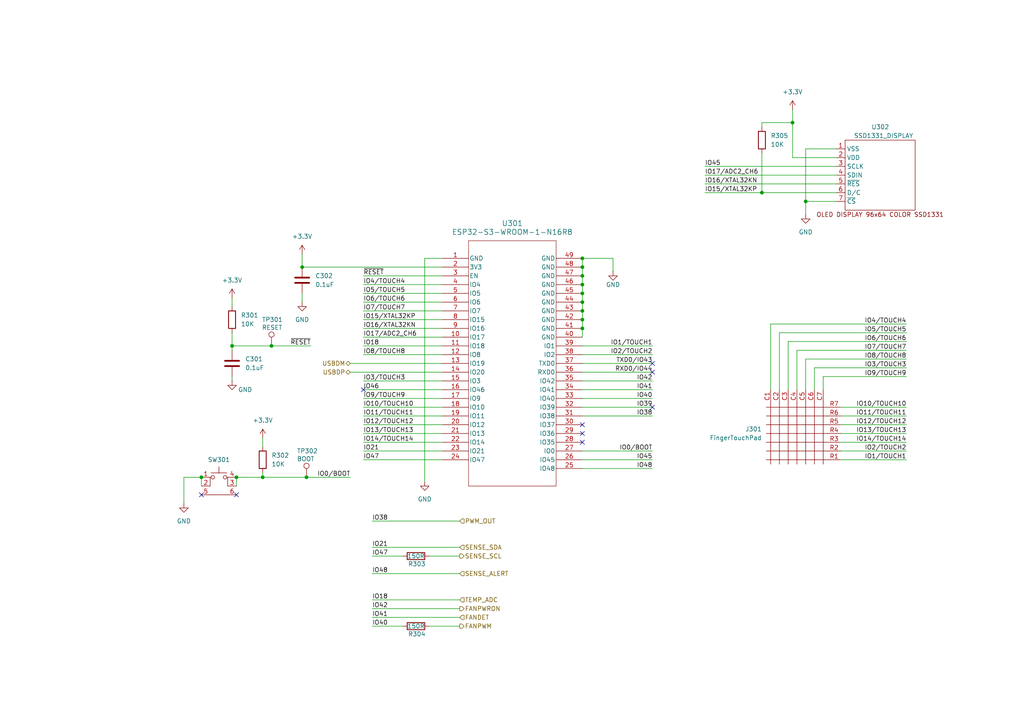
<source format=kicad_sch>
(kicad_sch
	(version 20231120)
	(generator "eeschema")
	(generator_version "8.0")
	(uuid "aa90c23e-ec73-4cac-856f-c9090fbd9ab6")
	(paper "A4")
	(title_block
		(title "ELECTRIC LOAD & LOGGER V2")
		(date "2024-10-11")
		(rev "Rev.0")
		(company "HNZ")
		(comment 1 "Licensed under CC-BY-SA V4.0")
		(comment 2 "(C) 2024 Hiroshi Nakajima <hnakamiru1103@gmail.com>")
	)
	(lib_symbols
		(symbol "Connector:TestPoint"
			(pin_numbers hide)
			(pin_names
				(offset 0.762) hide)
			(exclude_from_sim no)
			(in_bom yes)
			(on_board yes)
			(property "Reference" "TP"
				(at 0 6.858 0)
				(effects
					(font
						(size 1.27 1.27)
					)
				)
			)
			(property "Value" "TestPoint"
				(at 0 5.08 0)
				(effects
					(font
						(size 1.27 1.27)
					)
				)
			)
			(property "Footprint" ""
				(at 5.08 0 0)
				(effects
					(font
						(size 1.27 1.27)
					)
					(hide yes)
				)
			)
			(property "Datasheet" "~"
				(at 5.08 0 0)
				(effects
					(font
						(size 1.27 1.27)
					)
					(hide yes)
				)
			)
			(property "Description" "test point"
				(at 0 0 0)
				(effects
					(font
						(size 1.27 1.27)
					)
					(hide yes)
				)
			)
			(property "ki_keywords" "test point tp"
				(at 0 0 0)
				(effects
					(font
						(size 1.27 1.27)
					)
					(hide yes)
				)
			)
			(property "ki_fp_filters" "Pin* Test*"
				(at 0 0 0)
				(effects
					(font
						(size 1.27 1.27)
					)
					(hide yes)
				)
			)
			(symbol "TestPoint_0_1"
				(circle
					(center 0 3.302)
					(radius 0.762)
					(stroke
						(width 0)
						(type default)
					)
					(fill
						(type none)
					)
				)
			)
			(symbol "TestPoint_1_1"
				(pin passive line
					(at 0 0 90)
					(length 2.54)
					(name "1"
						(effects
							(font
								(size 1.27 1.27)
							)
						)
					)
					(number "1"
						(effects
							(font
								(size 1.27 1.27)
							)
						)
					)
				)
			)
		)
		(symbol "Device:C"
			(pin_numbers hide)
			(pin_names
				(offset 0.254)
			)
			(exclude_from_sim no)
			(in_bom yes)
			(on_board yes)
			(property "Reference" "C"
				(at 0.635 2.54 0)
				(effects
					(font
						(size 1.27 1.27)
					)
					(justify left)
				)
			)
			(property "Value" "C"
				(at 0.635 -2.54 0)
				(effects
					(font
						(size 1.27 1.27)
					)
					(justify left)
				)
			)
			(property "Footprint" ""
				(at 0.9652 -3.81 0)
				(effects
					(font
						(size 1.27 1.27)
					)
					(hide yes)
				)
			)
			(property "Datasheet" "~"
				(at 0 0 0)
				(effects
					(font
						(size 1.27 1.27)
					)
					(hide yes)
				)
			)
			(property "Description" "Unpolarized capacitor"
				(at 0 0 0)
				(effects
					(font
						(size 1.27 1.27)
					)
					(hide yes)
				)
			)
			(property "ki_keywords" "cap capacitor"
				(at 0 0 0)
				(effects
					(font
						(size 1.27 1.27)
					)
					(hide yes)
				)
			)
			(property "ki_fp_filters" "C_*"
				(at 0 0 0)
				(effects
					(font
						(size 1.27 1.27)
					)
					(hide yes)
				)
			)
			(symbol "C_0_1"
				(polyline
					(pts
						(xy -2.032 -0.762) (xy 2.032 -0.762)
					)
					(stroke
						(width 0.508)
						(type default)
					)
					(fill
						(type none)
					)
				)
				(polyline
					(pts
						(xy -2.032 0.762) (xy 2.032 0.762)
					)
					(stroke
						(width 0.508)
						(type default)
					)
					(fill
						(type none)
					)
				)
			)
			(symbol "C_1_1"
				(pin passive line
					(at 0 3.81 270)
					(length 2.794)
					(name "~"
						(effects
							(font
								(size 1.27 1.27)
							)
						)
					)
					(number "1"
						(effects
							(font
								(size 1.27 1.27)
							)
						)
					)
				)
				(pin passive line
					(at 0 -3.81 90)
					(length 2.794)
					(name "~"
						(effects
							(font
								(size 1.27 1.27)
							)
						)
					)
					(number "2"
						(effects
							(font
								(size 1.27 1.27)
							)
						)
					)
				)
			)
		)
		(symbol "Device:R"
			(pin_numbers hide)
			(pin_names
				(offset 0)
			)
			(exclude_from_sim no)
			(in_bom yes)
			(on_board yes)
			(property "Reference" "R"
				(at 2.032 0 90)
				(effects
					(font
						(size 1.27 1.27)
					)
				)
			)
			(property "Value" "R"
				(at 0 0 90)
				(effects
					(font
						(size 1.27 1.27)
					)
				)
			)
			(property "Footprint" ""
				(at -1.778 0 90)
				(effects
					(font
						(size 1.27 1.27)
					)
					(hide yes)
				)
			)
			(property "Datasheet" "~"
				(at 0 0 0)
				(effects
					(font
						(size 1.27 1.27)
					)
					(hide yes)
				)
			)
			(property "Description" "Resistor"
				(at 0 0 0)
				(effects
					(font
						(size 1.27 1.27)
					)
					(hide yes)
				)
			)
			(property "ki_keywords" "R res resistor"
				(at 0 0 0)
				(effects
					(font
						(size 1.27 1.27)
					)
					(hide yes)
				)
			)
			(property "ki_fp_filters" "R_*"
				(at 0 0 0)
				(effects
					(font
						(size 1.27 1.27)
					)
					(hide yes)
				)
			)
			(symbol "R_0_1"
				(rectangle
					(start -1.016 -2.54)
					(end 1.016 2.54)
					(stroke
						(width 0.254)
						(type default)
					)
					(fill
						(type none)
					)
				)
			)
			(symbol "R_1_1"
				(pin passive line
					(at 0 3.81 270)
					(length 1.27)
					(name "~"
						(effects
							(font
								(size 1.27 1.27)
							)
						)
					)
					(number "1"
						(effects
							(font
								(size 1.27 1.27)
							)
						)
					)
				)
				(pin passive line
					(at 0 -3.81 90)
					(length 1.27)
					(name "~"
						(effects
							(font
								(size 1.27 1.27)
							)
						)
					)
					(number "2"
						(effects
							(font
								(size 1.27 1.27)
							)
						)
					)
				)
			)
		)
		(symbol "power:+3.3V"
			(power)
			(pin_numbers hide)
			(pin_names
				(offset 0) hide)
			(exclude_from_sim no)
			(in_bom yes)
			(on_board yes)
			(property "Reference" "#PWR"
				(at 0 -3.81 0)
				(effects
					(font
						(size 1.27 1.27)
					)
					(hide yes)
				)
			)
			(property "Value" "+3.3V"
				(at 0 3.556 0)
				(effects
					(font
						(size 1.27 1.27)
					)
				)
			)
			(property "Footprint" ""
				(at 0 0 0)
				(effects
					(font
						(size 1.27 1.27)
					)
					(hide yes)
				)
			)
			(property "Datasheet" ""
				(at 0 0 0)
				(effects
					(font
						(size 1.27 1.27)
					)
					(hide yes)
				)
			)
			(property "Description" "Power symbol creates a global label with name \"+3.3V\""
				(at 0 0 0)
				(effects
					(font
						(size 1.27 1.27)
					)
					(hide yes)
				)
			)
			(property "ki_keywords" "global power"
				(at 0 0 0)
				(effects
					(font
						(size 1.27 1.27)
					)
					(hide yes)
				)
			)
			(symbol "+3.3V_0_1"
				(polyline
					(pts
						(xy -0.762 1.27) (xy 0 2.54)
					)
					(stroke
						(width 0)
						(type default)
					)
					(fill
						(type none)
					)
				)
				(polyline
					(pts
						(xy 0 0) (xy 0 2.54)
					)
					(stroke
						(width 0)
						(type default)
					)
					(fill
						(type none)
					)
				)
				(polyline
					(pts
						(xy 0 2.54) (xy 0.762 1.27)
					)
					(stroke
						(width 0)
						(type default)
					)
					(fill
						(type none)
					)
				)
			)
			(symbol "+3.3V_1_1"
				(pin power_in line
					(at 0 0 90)
					(length 0)
					(name "~"
						(effects
							(font
								(size 1.27 1.27)
							)
						)
					)
					(number "1"
						(effects
							(font
								(size 1.27 1.27)
							)
						)
					)
				)
			)
		)
		(symbol "power:GND"
			(power)
			(pin_numbers hide)
			(pin_names
				(offset 0) hide)
			(exclude_from_sim no)
			(in_bom yes)
			(on_board yes)
			(property "Reference" "#PWR"
				(at 0 -6.35 0)
				(effects
					(font
						(size 1.27 1.27)
					)
					(hide yes)
				)
			)
			(property "Value" "GND"
				(at 0 -3.81 0)
				(effects
					(font
						(size 1.27 1.27)
					)
				)
			)
			(property "Footprint" ""
				(at 0 0 0)
				(effects
					(font
						(size 1.27 1.27)
					)
					(hide yes)
				)
			)
			(property "Datasheet" ""
				(at 0 0 0)
				(effects
					(font
						(size 1.27 1.27)
					)
					(hide yes)
				)
			)
			(property "Description" "Power symbol creates a global label with name \"GND\" , ground"
				(at 0 0 0)
				(effects
					(font
						(size 1.27 1.27)
					)
					(hide yes)
				)
			)
			(property "ki_keywords" "global power"
				(at 0 0 0)
				(effects
					(font
						(size 1.27 1.27)
					)
					(hide yes)
				)
			)
			(symbol "GND_0_1"
				(polyline
					(pts
						(xy 0 0) (xy 0 -1.27) (xy 1.27 -1.27) (xy 0 -2.54) (xy -1.27 -1.27) (xy 0 -1.27)
					)
					(stroke
						(width 0)
						(type default)
					)
					(fill
						(type none)
					)
				)
			)
			(symbol "GND_1_1"
				(pin power_in line
					(at 0 0 270)
					(length 0)
					(name "~"
						(effects
							(font
								(size 1.27 1.27)
							)
						)
					)
					(number "1"
						(effects
							(font
								(size 1.27 1.27)
							)
						)
					)
				)
			)
		)
		(symbol "tbctl:0.1uF"
			(pin_numbers hide)
			(pin_names
				(offset 0.254)
			)
			(exclude_from_sim no)
			(in_bom yes)
			(on_board yes)
			(property "Reference" "C"
				(at 0.635 2.54 0)
				(effects
					(font
						(size 1.27 1.27)
					)
					(justify left)
				)
			)
			(property "Value" "0.1uF"
				(at 0.635 -2.54 0)
				(effects
					(font
						(size 1.27 1.27)
					)
					(justify left)
				)
			)
			(property "Footprint" "Capacitor_SMD:C_0603_1608Metric"
				(at 0.9652 -3.81 0)
				(effects
					(font
						(size 1.27 1.27)
					)
					(hide yes)
				)
			)
			(property "Datasheet" "~"
				(at 0 0 0)
				(effects
					(font
						(size 1.27 1.27)
					)
					(hide yes)
				)
			)
			(property "Description" "C_SMD_0603_1608_0.1uF"
				(at 0 0 0)
				(effects
					(font
						(size 1.27 1.27)
					)
					(hide yes)
				)
			)
			(property "ki_keywords" "cap capacitor"
				(at 0 0 0)
				(effects
					(font
						(size 1.27 1.27)
					)
					(hide yes)
				)
			)
			(property "ki_fp_filters" "C_*"
				(at 0 0 0)
				(effects
					(font
						(size 1.27 1.27)
					)
					(hide yes)
				)
			)
			(symbol "0.1uF_0_1"
				(polyline
					(pts
						(xy -2.032 -0.762) (xy 2.032 -0.762)
					)
					(stroke
						(width 0.508)
						(type default)
					)
					(fill
						(type none)
					)
				)
				(polyline
					(pts
						(xy -2.032 0.762) (xy 2.032 0.762)
					)
					(stroke
						(width 0.508)
						(type default)
					)
					(fill
						(type none)
					)
				)
			)
			(symbol "0.1uF_1_1"
				(pin passive line
					(at 0 3.81 270)
					(length 2.794)
					(name "~"
						(effects
							(font
								(size 1.27 1.27)
							)
						)
					)
					(number "1"
						(effects
							(font
								(size 1.27 1.27)
							)
						)
					)
				)
				(pin passive line
					(at 0 -3.81 90)
					(length 2.794)
					(name "~"
						(effects
							(font
								(size 1.27 1.27)
							)
						)
					)
					(number "2"
						(effects
							(font
								(size 1.27 1.27)
							)
						)
					)
				)
			)
		)
		(symbol "tbctl:3.5x2.6 Tact SW"
			(pin_names
				(offset 1.016) hide)
			(exclude_from_sim no)
			(in_bom yes)
			(on_board yes)
			(property "Reference" "SW"
				(at 0.635 5.715 0)
				(effects
					(font
						(size 1.27 1.27)
					)
					(justify left)
				)
			)
			(property "Value" "3.5x2.6 Tact SW"
				(at 0 -3.81 0)
				(effects
					(font
						(size 1.27 1.27)
					)
					(hide yes)
				)
			)
			(property "Footprint" "tbctl:WS-TASV SMT Tact Switch"
				(at 0 7.62 0)
				(effects
					(font
						(size 1.27 1.27)
					)
					(hide yes)
				)
			)
			(property "Datasheet" ""
				(at 0 7.62 0)
				(effects
					(font
						(size 1.27 1.27)
					)
					(hide yes)
				)
			)
			(property "Description" "WS-TASV SMT Tact Switch"
				(at 0 0 0)
				(effects
					(font
						(size 1.27 1.27)
					)
					(hide yes)
				)
			)
			(property "ki_keywords" "switch normally-open pushbutton push-button"
				(at 0 0 0)
				(effects
					(font
						(size 1.27 1.27)
					)
					(hide yes)
				)
			)
			(property "ki_fp_filters" "SW*MEC*5G*"
				(at 0 0 0)
				(effects
					(font
						(size 1.27 1.27)
					)
					(hide yes)
				)
			)
			(symbol "3.5x2.6 Tact SW_0_1"
				(circle
					(center -1.778 2.54)
					(radius 0.508)
					(stroke
						(width 0)
						(type default)
					)
					(fill
						(type none)
					)
				)
				(polyline
					(pts
						(xy -2.54 -2.54) (xy 2.54 -2.54)
					)
					(stroke
						(width 0)
						(type default)
					)
					(fill
						(type none)
					)
				)
				(polyline
					(pts
						(xy -2.286 3.81) (xy 2.286 3.81)
					)
					(stroke
						(width 0)
						(type default)
					)
					(fill
						(type none)
					)
				)
				(polyline
					(pts
						(xy 0 3.81) (xy 0 5.588)
					)
					(stroke
						(width 0)
						(type default)
					)
					(fill
						(type none)
					)
				)
				(polyline
					(pts
						(xy -2.54 0) (xy -2.54 2.54) (xy -2.286 2.54)
					)
					(stroke
						(width 0)
						(type default)
					)
					(fill
						(type none)
					)
				)
				(polyline
					(pts
						(xy 2.54 0) (xy 2.54 2.54) (xy 2.286 2.54)
					)
					(stroke
						(width 0)
						(type default)
					)
					(fill
						(type none)
					)
				)
				(circle
					(center 1.778 2.54)
					(radius 0.508)
					(stroke
						(width 0)
						(type default)
					)
					(fill
						(type none)
					)
				)
				(pin passive line
					(at -5.08 2.54 0)
					(length 2.54)
					(name "1"
						(effects
							(font
								(size 1.27 1.27)
							)
						)
					)
					(number "1"
						(effects
							(font
								(size 1.27 1.27)
							)
						)
					)
				)
				(pin passive line
					(at -5.08 0 0)
					(length 2.54)
					(name "2"
						(effects
							(font
								(size 1.27 1.27)
							)
						)
					)
					(number "2"
						(effects
							(font
								(size 1.27 1.27)
							)
						)
					)
				)
				(pin passive line
					(at 5.08 0 180)
					(length 2.54)
					(name "K"
						(effects
							(font
								(size 1.27 1.27)
							)
						)
					)
					(number "3"
						(effects
							(font
								(size 1.27 1.27)
							)
						)
					)
				)
				(pin passive line
					(at 5.08 2.54 180)
					(length 2.54)
					(name "A"
						(effects
							(font
								(size 1.27 1.27)
							)
						)
					)
					(number "4"
						(effects
							(font
								(size 1.27 1.27)
							)
						)
					)
				)
				(pin passive line
					(at -5.08 -2.54 0)
					(length 2.54)
					(name "5"
						(effects
							(font
								(size 1.27 1.27)
							)
						)
					)
					(number "5"
						(effects
							(font
								(size 1.27 1.27)
							)
						)
					)
				)
				(pin passive line
					(at 5.08 -2.54 180)
					(length 2.54)
					(name "6"
						(effects
							(font
								(size 1.27 1.27)
							)
						)
					)
					(number "6"
						(effects
							(font
								(size 1.27 1.27)
							)
						)
					)
				)
			)
		)
		(symbol "tbctl:ESP32-S3-WROOM-1-N16R2"
			(pin_names
				(offset 0.254)
			)
			(exclude_from_sim no)
			(in_bom yes)
			(on_board yes)
			(property "Reference" "U101"
				(at 20.32 10.16 0)
				(effects
					(font
						(size 1.524 1.524)
					)
				)
			)
			(property "Value" "ESP32-S3-WROOM-1-N16R8"
				(at 20.32 7.62 0)
				(effects
					(font
						(size 1.524 1.524)
					)
				)
			)
			(property "Footprint" "ESP32-S3-WROOM-1_EXP"
				(at 0 0 0)
				(effects
					(font
						(size 1.27 1.27)
						(italic yes)
					)
					(hide yes)
				)
			)
			(property "Datasheet" "ESP32-S3-WROOM-1-N16R2"
				(at 0 0 0)
				(effects
					(font
						(size 1.27 1.27)
						(italic yes)
					)
					(hide yes)
				)
			)
			(property "Description" ""
				(at 0 0 0)
				(effects
					(font
						(size 1.27 1.27)
					)
					(hide yes)
				)
			)
			(property "digikey" "1965-ESP32-S3-WROOM-1-N16R8CT-ND"
				(at 0 0 0)
				(effects
					(font
						(size 1.27 1.27)
					)
					(hide yes)
				)
			)
			(property "distributor" "https://www.digikey.com/en/products/detail/espressif-systems/ESP32-S3-WROOM-1-N16R8/16162642"
				(at 0 0 0)
				(effects
					(font
						(size 1.27 1.27)
					)
					(hide yes)
				)
			)
			(property "ki_locked" ""
				(at 0 0 0)
				(effects
					(font
						(size 1.27 1.27)
					)
				)
			)
			(property "ki_keywords" "ESP32-S3-WROOM-1-N16R2"
				(at 0 0 0)
				(effects
					(font
						(size 1.27 1.27)
					)
					(hide yes)
				)
			)
			(property "ki_fp_filters" "ESP32-S3-WROOM-1_EXP"
				(at 0 0 0)
				(effects
					(font
						(size 1.27 1.27)
					)
					(hide yes)
				)
			)
			(symbol "ESP32-S3-WROOM-1-N16R2_0_1"
				(polyline
					(pts
						(xy 7.62 -66.04) (xy 33.02 -66.04)
					)
					(stroke
						(width 0.127)
						(type default)
					)
					(fill
						(type none)
					)
				)
				(polyline
					(pts
						(xy 7.62 5.08) (xy 7.62 -66.04)
					)
					(stroke
						(width 0.127)
						(type default)
					)
					(fill
						(type none)
					)
				)
				(polyline
					(pts
						(xy 33.02 -66.04) (xy 33.02 5.08)
					)
					(stroke
						(width 0.127)
						(type default)
					)
					(fill
						(type none)
					)
				)
				(polyline
					(pts
						(xy 33.02 5.08) (xy 7.62 5.08)
					)
					(stroke
						(width 0.127)
						(type default)
					)
					(fill
						(type none)
					)
				)
				(pin power_out line
					(at 0 0 0)
					(length 7.62)
					(name "GND"
						(effects
							(font
								(size 1.27 1.27)
							)
						)
					)
					(number "1"
						(effects
							(font
								(size 1.27 1.27)
							)
						)
					)
				)
				(pin bidirectional line
					(at 0 -22.86 0)
					(length 7.62)
					(name "IO17"
						(effects
							(font
								(size 1.27 1.27)
							)
						)
					)
					(number "10"
						(effects
							(font
								(size 1.27 1.27)
							)
						)
					)
				)
				(pin bidirectional line
					(at 0 -25.4 0)
					(length 7.62)
					(name "IO18"
						(effects
							(font
								(size 1.27 1.27)
							)
						)
					)
					(number "11"
						(effects
							(font
								(size 1.27 1.27)
							)
						)
					)
				)
				(pin bidirectional line
					(at 0 -27.94 0)
					(length 7.62)
					(name "IO8"
						(effects
							(font
								(size 1.27 1.27)
							)
						)
					)
					(number "12"
						(effects
							(font
								(size 1.27 1.27)
							)
						)
					)
				)
				(pin bidirectional line
					(at 0 -30.48 0)
					(length 7.62)
					(name "IO19"
						(effects
							(font
								(size 1.27 1.27)
							)
						)
					)
					(number "13"
						(effects
							(font
								(size 1.27 1.27)
							)
						)
					)
				)
				(pin bidirectional line
					(at 0 -33.02 0)
					(length 7.62)
					(name "IO20"
						(effects
							(font
								(size 1.27 1.27)
							)
						)
					)
					(number "14"
						(effects
							(font
								(size 1.27 1.27)
							)
						)
					)
				)
				(pin bidirectional line
					(at 0 -35.56 0)
					(length 7.62)
					(name "IO3"
						(effects
							(font
								(size 1.27 1.27)
							)
						)
					)
					(number "15"
						(effects
							(font
								(size 1.27 1.27)
							)
						)
					)
				)
				(pin bidirectional line
					(at 0 -38.1 0)
					(length 7.62)
					(name "IO46"
						(effects
							(font
								(size 1.27 1.27)
							)
						)
					)
					(number "16"
						(effects
							(font
								(size 1.27 1.27)
							)
						)
					)
				)
				(pin bidirectional line
					(at 0 -40.64 0)
					(length 7.62)
					(name "IO9"
						(effects
							(font
								(size 1.27 1.27)
							)
						)
					)
					(number "17"
						(effects
							(font
								(size 1.27 1.27)
							)
						)
					)
				)
				(pin bidirectional line
					(at 0 -43.18 0)
					(length 7.62)
					(name "IO10"
						(effects
							(font
								(size 1.27 1.27)
							)
						)
					)
					(number "18"
						(effects
							(font
								(size 1.27 1.27)
							)
						)
					)
				)
				(pin bidirectional line
					(at 0 -45.72 0)
					(length 7.62)
					(name "IO11"
						(effects
							(font
								(size 1.27 1.27)
							)
						)
					)
					(number "19"
						(effects
							(font
								(size 1.27 1.27)
							)
						)
					)
				)
				(pin power_in line
					(at 0 -2.54 0)
					(length 7.62)
					(name "3V3"
						(effects
							(font
								(size 1.27 1.27)
							)
						)
					)
					(number "2"
						(effects
							(font
								(size 1.27 1.27)
							)
						)
					)
				)
				(pin bidirectional line
					(at 0 -48.26 0)
					(length 7.62)
					(name "IO12"
						(effects
							(font
								(size 1.27 1.27)
							)
						)
					)
					(number "20"
						(effects
							(font
								(size 1.27 1.27)
							)
						)
					)
				)
				(pin bidirectional line
					(at 0 -50.8 0)
					(length 7.62)
					(name "IO13"
						(effects
							(font
								(size 1.27 1.27)
							)
						)
					)
					(number "21"
						(effects
							(font
								(size 1.27 1.27)
							)
						)
					)
				)
				(pin bidirectional line
					(at 0 -53.34 0)
					(length 7.62)
					(name "IO14"
						(effects
							(font
								(size 1.27 1.27)
							)
						)
					)
					(number "22"
						(effects
							(font
								(size 1.27 1.27)
							)
						)
					)
				)
				(pin bidirectional line
					(at 0 -55.88 0)
					(length 7.62)
					(name "IO21"
						(effects
							(font
								(size 1.27 1.27)
							)
						)
					)
					(number "23"
						(effects
							(font
								(size 1.27 1.27)
							)
						)
					)
				)
				(pin bidirectional line
					(at 0 -58.42 0)
					(length 7.62)
					(name "IO47"
						(effects
							(font
								(size 1.27 1.27)
							)
						)
					)
					(number "24"
						(effects
							(font
								(size 1.27 1.27)
							)
						)
					)
				)
				(pin bidirectional line
					(at 40.64 -60.96 180)
					(length 7.62)
					(name "IO48"
						(effects
							(font
								(size 1.27 1.27)
							)
						)
					)
					(number "25"
						(effects
							(font
								(size 1.27 1.27)
							)
						)
					)
				)
				(pin bidirectional line
					(at 40.64 -58.42 180)
					(length 7.62)
					(name "IO45"
						(effects
							(font
								(size 1.27 1.27)
							)
						)
					)
					(number "26"
						(effects
							(font
								(size 1.27 1.27)
							)
						)
					)
				)
				(pin bidirectional line
					(at 40.64 -55.88 180)
					(length 7.62)
					(name "IO0"
						(effects
							(font
								(size 1.27 1.27)
							)
						)
					)
					(number "27"
						(effects
							(font
								(size 1.27 1.27)
							)
						)
					)
				)
				(pin bidirectional line
					(at 40.64 -53.34 180)
					(length 7.62)
					(name "IO35"
						(effects
							(font
								(size 1.27 1.27)
							)
						)
					)
					(number "28"
						(effects
							(font
								(size 1.27 1.27)
							)
						)
					)
				)
				(pin bidirectional line
					(at 40.64 -50.8 180)
					(length 7.62)
					(name "IO36"
						(effects
							(font
								(size 1.27 1.27)
							)
						)
					)
					(number "29"
						(effects
							(font
								(size 1.27 1.27)
							)
						)
					)
				)
				(pin input line
					(at 0 -5.08 0)
					(length 7.62)
					(name "EN"
						(effects
							(font
								(size 1.27 1.27)
							)
						)
					)
					(number "3"
						(effects
							(font
								(size 1.27 1.27)
							)
						)
					)
				)
				(pin bidirectional line
					(at 40.64 -48.26 180)
					(length 7.62)
					(name "IO37"
						(effects
							(font
								(size 1.27 1.27)
							)
						)
					)
					(number "30"
						(effects
							(font
								(size 1.27 1.27)
							)
						)
					)
				)
				(pin bidirectional line
					(at 40.64 -45.72 180)
					(length 7.62)
					(name "IO38"
						(effects
							(font
								(size 1.27 1.27)
							)
						)
					)
					(number "31"
						(effects
							(font
								(size 1.27 1.27)
							)
						)
					)
				)
				(pin bidirectional line
					(at 40.64 -43.18 180)
					(length 7.62)
					(name "IO39"
						(effects
							(font
								(size 1.27 1.27)
							)
						)
					)
					(number "32"
						(effects
							(font
								(size 1.27 1.27)
							)
						)
					)
				)
				(pin bidirectional line
					(at 40.64 -40.64 180)
					(length 7.62)
					(name "IO40"
						(effects
							(font
								(size 1.27 1.27)
							)
						)
					)
					(number "33"
						(effects
							(font
								(size 1.27 1.27)
							)
						)
					)
				)
				(pin bidirectional line
					(at 40.64 -38.1 180)
					(length 7.62)
					(name "IO41"
						(effects
							(font
								(size 1.27 1.27)
							)
						)
					)
					(number "34"
						(effects
							(font
								(size 1.27 1.27)
							)
						)
					)
				)
				(pin bidirectional line
					(at 40.64 -35.56 180)
					(length 7.62)
					(name "IO42"
						(effects
							(font
								(size 1.27 1.27)
							)
						)
					)
					(number "35"
						(effects
							(font
								(size 1.27 1.27)
							)
						)
					)
				)
				(pin bidirectional line
					(at 40.64 -33.02 180)
					(length 7.62)
					(name "RXD0"
						(effects
							(font
								(size 1.27 1.27)
							)
						)
					)
					(number "36"
						(effects
							(font
								(size 1.27 1.27)
							)
						)
					)
				)
				(pin bidirectional line
					(at 40.64 -30.48 180)
					(length 7.62)
					(name "TXD0"
						(effects
							(font
								(size 1.27 1.27)
							)
						)
					)
					(number "37"
						(effects
							(font
								(size 1.27 1.27)
							)
						)
					)
				)
				(pin bidirectional line
					(at 40.64 -27.94 180)
					(length 7.62)
					(name "IO2"
						(effects
							(font
								(size 1.27 1.27)
							)
						)
					)
					(number "38"
						(effects
							(font
								(size 1.27 1.27)
							)
						)
					)
				)
				(pin bidirectional line
					(at 40.64 -25.4 180)
					(length 7.62)
					(name "IO1"
						(effects
							(font
								(size 1.27 1.27)
							)
						)
					)
					(number "39"
						(effects
							(font
								(size 1.27 1.27)
							)
						)
					)
				)
				(pin bidirectional line
					(at 0 -7.62 0)
					(length 7.62)
					(name "IO4"
						(effects
							(font
								(size 1.27 1.27)
							)
						)
					)
					(number "4"
						(effects
							(font
								(size 1.27 1.27)
							)
						)
					)
				)
				(pin power_out line
					(at 40.64 -22.86 180)
					(length 7.62)
					(name "GND"
						(effects
							(font
								(size 1.27 1.27)
							)
						)
					)
					(number "40"
						(effects
							(font
								(size 1.27 1.27)
							)
						)
					)
				)
				(pin power_out line
					(at 40.64 -20.32 180)
					(length 7.62)
					(name "GND"
						(effects
							(font
								(size 1.27 1.27)
							)
						)
					)
					(number "41"
						(effects
							(font
								(size 1.27 1.27)
							)
						)
					)
				)
				(pin power_out line
					(at 40.64 -17.78 180)
					(length 7.62)
					(name "GND"
						(effects
							(font
								(size 1.27 1.27)
							)
						)
					)
					(number "42"
						(effects
							(font
								(size 1.27 1.27)
							)
						)
					)
				)
				(pin power_out line
					(at 40.64 -15.24 180)
					(length 7.62)
					(name "GND"
						(effects
							(font
								(size 1.27 1.27)
							)
						)
					)
					(number "43"
						(effects
							(font
								(size 1.27 1.27)
							)
						)
					)
				)
				(pin power_out line
					(at 40.64 -12.7 180)
					(length 7.62)
					(name "GND"
						(effects
							(font
								(size 1.27 1.27)
							)
						)
					)
					(number "44"
						(effects
							(font
								(size 1.27 1.27)
							)
						)
					)
				)
				(pin power_out line
					(at 40.64 -10.16 180)
					(length 7.62)
					(name "GND"
						(effects
							(font
								(size 1.27 1.27)
							)
						)
					)
					(number "45"
						(effects
							(font
								(size 1.27 1.27)
							)
						)
					)
				)
				(pin power_out line
					(at 40.64 -7.62 180)
					(length 7.62)
					(name "GND"
						(effects
							(font
								(size 1.27 1.27)
							)
						)
					)
					(number "46"
						(effects
							(font
								(size 1.27 1.27)
							)
						)
					)
				)
				(pin power_out line
					(at 40.64 -5.08 180)
					(length 7.62)
					(name "GND"
						(effects
							(font
								(size 1.27 1.27)
							)
						)
					)
					(number "47"
						(effects
							(font
								(size 1.27 1.27)
							)
						)
					)
				)
				(pin power_out line
					(at 40.64 -2.54 180)
					(length 7.62)
					(name "GND"
						(effects
							(font
								(size 1.27 1.27)
							)
						)
					)
					(number "48"
						(effects
							(font
								(size 1.27 1.27)
							)
						)
					)
				)
				(pin power_out line
					(at 40.64 0 180)
					(length 7.62)
					(name "GND"
						(effects
							(font
								(size 1.27 1.27)
							)
						)
					)
					(number "49"
						(effects
							(font
								(size 1.27 1.27)
							)
						)
					)
				)
				(pin bidirectional line
					(at 0 -10.16 0)
					(length 7.62)
					(name "IO5"
						(effects
							(font
								(size 1.27 1.27)
							)
						)
					)
					(number "5"
						(effects
							(font
								(size 1.27 1.27)
							)
						)
					)
				)
				(pin bidirectional line
					(at 0 -12.7 0)
					(length 7.62)
					(name "IO6"
						(effects
							(font
								(size 1.27 1.27)
							)
						)
					)
					(number "6"
						(effects
							(font
								(size 1.27 1.27)
							)
						)
					)
				)
				(pin bidirectional line
					(at 0 -15.24 0)
					(length 7.62)
					(name "IO7"
						(effects
							(font
								(size 1.27 1.27)
							)
						)
					)
					(number "7"
						(effects
							(font
								(size 1.27 1.27)
							)
						)
					)
				)
				(pin bidirectional line
					(at 0 -17.78 0)
					(length 7.62)
					(name "IO15"
						(effects
							(font
								(size 1.27 1.27)
							)
						)
					)
					(number "8"
						(effects
							(font
								(size 1.27 1.27)
							)
						)
					)
				)
				(pin bidirectional line
					(at 0 -20.32 0)
					(length 7.62)
					(name "IO16"
						(effects
							(font
								(size 1.27 1.27)
							)
						)
					)
					(number "9"
						(effects
							(font
								(size 1.27 1.27)
							)
						)
					)
				)
			)
		)
		(symbol "tbctl:FingerTouchPad"
			(pin_names
				(offset 1.016) hide)
			(exclude_from_sim no)
			(in_bom yes)
			(on_board yes)
			(property "Reference" "J"
				(at 13.716 22.606 0)
				(effects
					(font
						(size 1.27 1.27)
					)
				)
			)
			(property "Value" "FingerTouchPad"
				(at -9.398 -9.398 0)
				(effects
					(font
						(size 1.27 1.27)
					)
				)
			)
			(property "Footprint" ""
				(at 0 0 0)
				(effects
					(font
						(size 1.27 1.27)
					)
					(hide yes)
				)
			)
			(property "Datasheet" "~"
				(at 0 0 0)
				(effects
					(font
						(size 1.27 1.27)
					)
					(hide yes)
				)
			)
			(property "Description" "Finger  Touch Pad 7x7dot"
				(at -7.112 -12.446 0)
				(effects
					(font
						(size 1.27 1.27)
					)
					(hide yes)
				)
			)
			(property "ki_locked" ""
				(at 0 0 0)
				(effects
					(font
						(size 1.27 1.27)
					)
				)
			)
			(property "ki_keywords" "connector"
				(at 0 0 0)
				(effects
					(font
						(size 1.27 1.27)
					)
					(hide yes)
				)
			)
			(property "ki_fp_filters" "Connector*:*_1x??_*"
				(at 0 0 0)
				(effects
					(font
						(size 1.27 1.27)
					)
					(hide yes)
				)
			)
			(symbol "FingerTouchPad_1_1"
				(polyline
					(pts
						(xy -16.51 10.16) (xy -16.51 -7.62)
					)
					(stroke
						(width 0)
						(type default)
					)
					(fill
						(type none)
					)
				)
				(polyline
					(pts
						(xy -13.97 10.16) (xy -13.97 -7.62)
					)
					(stroke
						(width 0)
						(type default)
					)
					(fill
						(type none)
					)
				)
				(polyline
					(pts
						(xy -11.43 10.16) (xy -11.43 -7.62)
					)
					(stroke
						(width 0)
						(type default)
					)
					(fill
						(type none)
					)
				)
				(polyline
					(pts
						(xy -8.89 10.16) (xy -8.89 -7.62)
					)
					(stroke
						(width 0)
						(type default)
					)
					(fill
						(type none)
					)
				)
				(polyline
					(pts
						(xy -6.35 10.16) (xy -6.35 -7.62)
					)
					(stroke
						(width 0)
						(type default)
					)
					(fill
						(type none)
					)
				)
				(polyline
					(pts
						(xy -3.81 10.16) (xy -3.81 -7.62)
					)
					(stroke
						(width 0)
						(type default)
					)
					(fill
						(type none)
					)
				)
				(polyline
					(pts
						(xy -1.27 10.16) (xy -1.27 -7.62)
					)
					(stroke
						(width 0)
						(type default)
					)
					(fill
						(type none)
					)
				)
				(polyline
					(pts
						(xy 0 -6.35) (xy -17.78 -6.35)
					)
					(stroke
						(width 0)
						(type default)
					)
					(fill
						(type none)
					)
				)
				(polyline
					(pts
						(xy 0 -3.81) (xy -17.78 -3.81)
					)
					(stroke
						(width 0)
						(type default)
					)
					(fill
						(type none)
					)
				)
				(polyline
					(pts
						(xy 0 -1.27) (xy -17.78 -1.27)
					)
					(stroke
						(width 0)
						(type default)
					)
					(fill
						(type none)
					)
				)
				(polyline
					(pts
						(xy 0 1.27) (xy -17.78 1.27)
					)
					(stroke
						(width 0)
						(type default)
					)
					(fill
						(type none)
					)
				)
				(polyline
					(pts
						(xy 0 3.81) (xy -17.78 3.81)
					)
					(stroke
						(width 0)
						(type default)
					)
					(fill
						(type none)
					)
				)
				(polyline
					(pts
						(xy 0 6.35) (xy -17.78 6.35)
					)
					(stroke
						(width 0)
						(type default)
					)
					(fill
						(type none)
					)
				)
				(polyline
					(pts
						(xy 0 8.89) (xy -17.78 8.89)
					)
					(stroke
						(width 0)
						(type default)
					)
					(fill
						(type none)
					)
				)
				(pin passive line
					(at -16.51 13.97 270)
					(length 3.81)
					(name "C1"
						(effects
							(font
								(size 1.27 1.27)
							)
						)
					)
					(number "C1"
						(effects
							(font
								(size 1.27 1.27)
							)
						)
					)
				)
				(pin passive line
					(at -13.97 13.97 270)
					(length 3.81)
					(name "C2"
						(effects
							(font
								(size 1.27 1.27)
							)
						)
					)
					(number "C2"
						(effects
							(font
								(size 1.27 1.27)
							)
						)
					)
				)
				(pin passive line
					(at -11.43 13.97 270)
					(length 3.81)
					(name "C3"
						(effects
							(font
								(size 1.27 1.27)
							)
						)
					)
					(number "C3"
						(effects
							(font
								(size 1.27 1.27)
							)
						)
					)
				)
				(pin passive line
					(at -8.89 13.97 270)
					(length 3.81)
					(name "C4"
						(effects
							(font
								(size 1.27 1.27)
							)
						)
					)
					(number "C4"
						(effects
							(font
								(size 1.27 1.27)
							)
						)
					)
				)
				(pin passive line
					(at -6.35 13.97 270)
					(length 3.81)
					(name "C5"
						(effects
							(font
								(size 1.27 1.27)
							)
						)
					)
					(number "C5"
						(effects
							(font
								(size 1.27 1.27)
							)
						)
					)
				)
				(pin passive line
					(at -3.81 13.97 270)
					(length 3.81)
					(name "C6"
						(effects
							(font
								(size 1.27 1.27)
							)
						)
					)
					(number "C6"
						(effects
							(font
								(size 1.27 1.27)
							)
						)
					)
				)
				(pin passive line
					(at -1.27 13.97 270)
					(length 3.81)
					(name "C7"
						(effects
							(font
								(size 1.27 1.27)
							)
						)
					)
					(number "C7"
						(effects
							(font
								(size 1.27 1.27)
							)
						)
					)
				)
				(pin passive line
					(at 3.81 -6.35 180)
					(length 3.81)
					(name "R1"
						(effects
							(font
								(size 1.27 1.27)
							)
						)
					)
					(number "R1"
						(effects
							(font
								(size 1.27 1.27)
							)
						)
					)
				)
				(pin passive line
					(at 3.81 -3.81 180)
					(length 3.81)
					(name "R2"
						(effects
							(font
								(size 1.27 1.27)
							)
						)
					)
					(number "R2"
						(effects
							(font
								(size 1.27 1.27)
							)
						)
					)
				)
				(pin passive line
					(at 3.81 -1.27 180)
					(length 3.81)
					(name "R3"
						(effects
							(font
								(size 1.27 1.27)
							)
						)
					)
					(number "R3"
						(effects
							(font
								(size 1.27 1.27)
							)
						)
					)
				)
				(pin passive line
					(at 3.81 1.27 180)
					(length 3.81)
					(name "R4"
						(effects
							(font
								(size 1.27 1.27)
							)
						)
					)
					(number "R4"
						(effects
							(font
								(size 1.27 1.27)
							)
						)
					)
				)
				(pin passive line
					(at 3.81 3.81 180)
					(length 3.81)
					(name "R5"
						(effects
							(font
								(size 1.27 1.27)
							)
						)
					)
					(number "R5"
						(effects
							(font
								(size 1.27 1.27)
							)
						)
					)
				)
				(pin passive line
					(at 3.81 6.35 180)
					(length 3.81)
					(name "R6"
						(effects
							(font
								(size 1.27 1.27)
							)
						)
					)
					(number "R6"
						(effects
							(font
								(size 1.27 1.27)
							)
						)
					)
				)
				(pin passive line
					(at 3.81 8.89 180)
					(length 3.81)
					(name "R7"
						(effects
							(font
								(size 1.27 1.27)
							)
						)
					)
					(number "R7"
						(effects
							(font
								(size 1.27 1.27)
							)
						)
					)
				)
			)
		)
		(symbol "tbctl:SSD1331_DISPLAY"
			(exclude_from_sim no)
			(in_bom yes)
			(on_board yes)
			(property "Reference" "U"
				(at -3.048 8.636 0)
				(effects
					(font
						(size 1.27 1.27)
					)
				)
			)
			(property "Value" "SSD1331_DISPLAY"
				(at 1.27 -13.97 0)
				(effects
					(font
						(size 1.27 1.27)
					)
				)
			)
			(property "Footprint" "tbctl:OLED SSD1331 SPI DISPLAY"
				(at 1.27 -11.43 0)
				(effects
					(font
						(size 1.27 1.27)
					)
					(hide yes)
				)
			)
			(property "Datasheet" ""
				(at 0 0 0)
				(effects
					(font
						(size 1.27 1.27)
					)
					(hide yes)
				)
			)
			(property "Description" "OLED 128x64 SSD1306_DISPLAY I2C IF"
				(at 0 0 0)
				(effects
					(font
						(size 1.27 1.27)
					)
					(hide yes)
				)
			)
			(symbol "SSD1331_DISPLAY_0_1"
				(rectangle
					(start -10.16 13.97)
					(end 10.16 -6.35)
					(stroke
						(width 0)
						(type default)
					)
					(fill
						(type none)
					)
				)
			)
			(symbol "SSD1331_DISPLAY_1_1"
				(text "OLED DISPLAY 96x64 COLOR SSD1331\n"
					(at 0 -7.62 0)
					(effects
						(font
							(size 1.27 1.27)
						)
					)
				)
				(pin power_in line
					(at -12.7 11.43 0)
					(length 2.54)
					(name "VSS"
						(effects
							(font
								(size 1.27 1.27)
							)
						)
					)
					(number "1"
						(effects
							(font
								(size 1.27 1.27)
							)
						)
					)
				)
				(pin power_in line
					(at -12.7 8.89 0)
					(length 2.54)
					(name "VDD"
						(effects
							(font
								(size 1.27 1.27)
							)
						)
					)
					(number "2"
						(effects
							(font
								(size 1.27 1.27)
							)
						)
					)
				)
				(pin passive line
					(at -12.7 6.35 0)
					(length 2.54)
					(name "SCLK"
						(effects
							(font
								(size 1.27 1.27)
							)
						)
					)
					(number "3"
						(effects
							(font
								(size 1.27 1.27)
							)
						)
					)
				)
				(pin passive line
					(at -12.7 3.81 0)
					(length 2.54)
					(name "SDIN"
						(effects
							(font
								(size 1.27 1.27)
							)
						)
					)
					(number "4"
						(effects
							(font
								(size 1.27 1.27)
							)
						)
					)
				)
				(pin passive line
					(at -12.7 1.27 0)
					(length 2.54)
					(name "~{RES}"
						(effects
							(font
								(size 1.27 1.27)
							)
						)
					)
					(number "5"
						(effects
							(font
								(size 1.27 1.27)
							)
						)
					)
				)
				(pin passive line
					(at -12.7 -1.27 0)
					(length 2.54)
					(name "D/C"
						(effects
							(font
								(size 1.27 1.27)
							)
						)
					)
					(number "6"
						(effects
							(font
								(size 1.27 1.27)
							)
						)
					)
				)
				(pin passive line
					(at -12.7 -3.81 0)
					(length 2.54)
					(name "~{CS}"
						(effects
							(font
								(size 1.27 1.27)
							)
						)
					)
					(number "7"
						(effects
							(font
								(size 1.27 1.27)
							)
						)
					)
				)
			)
		)
	)
	(junction
		(at 168.91 87.63)
		(diameter 0)
		(color 0 0 0 0)
		(uuid "010d6624-1840-4208-9642-897ffa29afca")
	)
	(junction
		(at 78.74 100.33)
		(diameter 0)
		(color 0 0 0 0)
		(uuid "1cd795f7-fedd-48fe-b764-ccff33d98b14")
	)
	(junction
		(at 229.87 35.56)
		(diameter 0)
		(color 0 0 0 0)
		(uuid "2b780bfb-381e-4313-be74-a65dff45d0f2")
	)
	(junction
		(at 67.31 100.33)
		(diameter 0)
		(color 0 0 0 0)
		(uuid "2f286777-b946-4f15-b79f-95a993cfbdc1")
	)
	(junction
		(at 168.91 74.93)
		(diameter 0)
		(color 0 0 0 0)
		(uuid "33ea6829-9e52-47d1-9f79-a57506863722")
	)
	(junction
		(at 87.63 77.47)
		(diameter 0)
		(color 0 0 0 0)
		(uuid "3715a1c3-7c3e-4f6b-933e-2a93b976b41e")
	)
	(junction
		(at 233.68 58.42)
		(diameter 0)
		(color 0 0 0 0)
		(uuid "40b411b4-5872-49bd-8f4f-74a29fd2e03b")
	)
	(junction
		(at 168.91 77.47)
		(diameter 0)
		(color 0 0 0 0)
		(uuid "564c4afb-f74a-411d-88e0-f09c07cbabbd")
	)
	(junction
		(at 168.91 82.55)
		(diameter 0)
		(color 0 0 0 0)
		(uuid "6eac9696-833c-4438-a15c-8b5b1e038d50")
	)
	(junction
		(at 88.9 138.43)
		(diameter 0)
		(color 0 0 0 0)
		(uuid "73c364d8-778e-49cc-b3d6-228c7466191a")
	)
	(junction
		(at 168.91 92.71)
		(diameter 0)
		(color 0 0 0 0)
		(uuid "9337096e-40d1-45bd-af3e-63364b12b074")
	)
	(junction
		(at 58.42 138.43)
		(diameter 0)
		(color 0 0 0 0)
		(uuid "aa312c82-58ec-4ac1-8930-2c6d78eb4cfb")
	)
	(junction
		(at 168.91 80.01)
		(diameter 0)
		(color 0 0 0 0)
		(uuid "b3e184d5-2f23-4c52-bf75-2181e10beafb")
	)
	(junction
		(at 76.2 138.43)
		(diameter 0)
		(color 0 0 0 0)
		(uuid "b775b592-5cd2-447d-beac-e642be8d078d")
	)
	(junction
		(at 168.91 90.17)
		(diameter 0)
		(color 0 0 0 0)
		(uuid "be89a53f-ac61-4ecd-b3e4-f4452970dffe")
	)
	(junction
		(at 168.91 95.25)
		(diameter 0)
		(color 0 0 0 0)
		(uuid "c2539afe-c6f5-42fc-90ef-fbd9d8d0c242")
	)
	(junction
		(at 220.98 55.88)
		(diameter 0)
		(color 0 0 0 0)
		(uuid "c85ec4c0-20ce-4c25-b9b1-f8258b51023c")
	)
	(junction
		(at 168.91 85.09)
		(diameter 0)
		(color 0 0 0 0)
		(uuid "d2f1c6da-10ba-4f42-8f0a-16602c5e25cc")
	)
	(junction
		(at 68.58 138.43)
		(diameter 0)
		(color 0 0 0 0)
		(uuid "d6002051-5a1d-4b6c-bb08-6442f2dda1b0")
	)
	(no_connect
		(at 58.42 143.51)
		(uuid "1f7d10e2-a58b-4706-b0cf-52b5cddfa327")
	)
	(no_connect
		(at 168.91 123.19)
		(uuid "27db6d46-eecd-4719-8464-ece7d46aa9c9")
	)
	(no_connect
		(at 105.41 113.03)
		(uuid "4b86bd85-4a57-4f11-9162-d63299bc4bb6")
	)
	(no_connect
		(at 68.58 143.51)
		(uuid "5ec4b452-3816-4273-afab-fb12f4595886")
	)
	(no_connect
		(at 189.23 118.11)
		(uuid "93f0a4fb-a35b-4499-adef-a4084472efd0")
	)
	(no_connect
		(at 189.23 105.41)
		(uuid "c0d93e75-1ef3-459b-b034-e6d99e655316")
	)
	(no_connect
		(at 168.91 128.27)
		(uuid "dbc592f3-f4d8-49b8-8132-21b749d84200")
	)
	(no_connect
		(at 189.23 107.95)
		(uuid "de4dce51-c7e1-4780-b5cd-da90ed51020a")
	)
	(no_connect
		(at 168.91 125.73)
		(uuid "f330e3ef-71df-4fb5-be1f-8a8bb7b8c9d5")
	)
	(wire
		(pts
			(xy 228.6 99.06) (xy 262.89 99.06)
		)
		(stroke
			(width 0)
			(type default)
		)
		(uuid "09c0bb21-4603-4267-8b2d-72a603af695f")
	)
	(wire
		(pts
			(xy 226.06 96.52) (xy 262.89 96.52)
		)
		(stroke
			(width 0)
			(type default)
		)
		(uuid "10d698da-ee63-41be-81b8-2b2c4b970494")
	)
	(wire
		(pts
			(xy 105.41 120.65) (xy 128.27 120.65)
		)
		(stroke
			(width 0)
			(type default)
		)
		(uuid "11e5b8d0-776b-4e14-878c-320e426033fc")
	)
	(wire
		(pts
			(xy 101.6 107.95) (xy 128.27 107.95)
		)
		(stroke
			(width 0)
			(type default)
		)
		(uuid "1a65d6cc-0c9c-4b0f-9b19-20b5f4b97f61")
	)
	(wire
		(pts
			(xy 68.58 138.43) (xy 76.2 138.43)
		)
		(stroke
			(width 0)
			(type default)
		)
		(uuid "1b331393-5e99-4b84-9f2e-8daab2f06c40")
	)
	(wire
		(pts
			(xy 105.41 113.03) (xy 128.27 113.03)
		)
		(stroke
			(width 0)
			(type default)
		)
		(uuid "23f9d71b-c126-47ae-b1aa-dd4e53a4c423")
	)
	(wire
		(pts
			(xy 88.9 138.43) (xy 101.6 138.43)
		)
		(stroke
			(width 0)
			(type default)
		)
		(uuid "264aa6af-2862-4e15-bc12-421631ad5088")
	)
	(wire
		(pts
			(xy 87.63 73.66) (xy 87.63 77.47)
		)
		(stroke
			(width 0)
			(type default)
		)
		(uuid "28f4b6de-2540-487e-88d3-6b0dd90eaac1")
	)
	(wire
		(pts
			(xy 105.41 115.57) (xy 128.27 115.57)
		)
		(stroke
			(width 0)
			(type default)
		)
		(uuid "2d3f17a3-d236-442c-bad8-9a268600be07")
	)
	(wire
		(pts
			(xy 243.84 130.81) (xy 262.89 130.81)
		)
		(stroke
			(width 0)
			(type default)
		)
		(uuid "2f0a15d1-db78-46c4-986d-ed2b8a109294")
	)
	(wire
		(pts
			(xy 168.91 107.95) (xy 189.23 107.95)
		)
		(stroke
			(width 0)
			(type default)
		)
		(uuid "306ee640-641a-44b5-b1c1-fa969af4e423")
	)
	(wire
		(pts
			(xy 168.91 95.25) (xy 168.91 97.79)
		)
		(stroke
			(width 0)
			(type default)
		)
		(uuid "30b9deb5-7a0f-439e-a976-495b382ef174")
	)
	(wire
		(pts
			(xy 76.2 138.43) (xy 88.9 138.43)
		)
		(stroke
			(width 0)
			(type default)
		)
		(uuid "30c75f34-09d1-4384-808b-dec38bd86e62")
	)
	(wire
		(pts
			(xy 107.95 173.99) (xy 133.35 173.99)
		)
		(stroke
			(width 0)
			(type default)
		)
		(uuid "34ee9efc-74a5-43f9-b4bb-6e469c85f1e2")
	)
	(wire
		(pts
			(xy 107.95 151.13) (xy 133.35 151.13)
		)
		(stroke
			(width 0)
			(type default)
		)
		(uuid "36af5650-6b8f-4c5b-ac10-6e93256925c9")
	)
	(wire
		(pts
			(xy 168.91 118.11) (xy 189.23 118.11)
		)
		(stroke
			(width 0)
			(type default)
		)
		(uuid "36fc60fa-b4ef-4864-b299-f408345947a7")
	)
	(wire
		(pts
			(xy 107.95 166.37) (xy 133.35 166.37)
		)
		(stroke
			(width 0)
			(type default)
		)
		(uuid "37c8f378-a8a3-4c78-8895-1538193f1653")
	)
	(wire
		(pts
			(xy 233.68 58.42) (xy 242.57 58.42)
		)
		(stroke
			(width 0)
			(type default)
		)
		(uuid "3a0a35ca-c25b-402e-8246-1f9d060c7a41")
	)
	(wire
		(pts
			(xy 229.87 35.56) (xy 229.87 31.75)
		)
		(stroke
			(width 0)
			(type default)
		)
		(uuid "3bea10c5-2d2e-486c-ae44-99fdc7272525")
	)
	(wire
		(pts
			(xy 105.41 118.11) (xy 128.27 118.11)
		)
		(stroke
			(width 0)
			(type default)
		)
		(uuid "3df299a4-3806-4014-82c6-bcc1a597f067")
	)
	(wire
		(pts
			(xy 123.19 74.93) (xy 123.19 139.7)
		)
		(stroke
			(width 0)
			(type default)
		)
		(uuid "3e225715-8328-44bf-bddd-1511aa959628")
	)
	(wire
		(pts
			(xy 53.34 146.05) (xy 53.34 138.43)
		)
		(stroke
			(width 0)
			(type default)
		)
		(uuid "46d87b85-c486-44e5-8d0d-c2d7dd2a5e2c")
	)
	(wire
		(pts
			(xy 228.6 113.03) (xy 228.6 99.06)
		)
		(stroke
			(width 0)
			(type default)
		)
		(uuid "47e5461e-bfed-49a8-9c4e-80b16359c558")
	)
	(wire
		(pts
			(xy 220.98 55.88) (xy 242.57 55.88)
		)
		(stroke
			(width 0)
			(type default)
		)
		(uuid "486b965f-7632-4a5c-9063-365169266731")
	)
	(wire
		(pts
			(xy 58.42 138.43) (xy 58.42 140.97)
		)
		(stroke
			(width 0)
			(type default)
		)
		(uuid "4b8c9665-c57d-4e27-bc36-fcb0c2c42639")
	)
	(wire
		(pts
			(xy 233.68 43.18) (xy 233.68 58.42)
		)
		(stroke
			(width 0)
			(type default)
		)
		(uuid "4e1e00ae-b551-4e7f-8886-cfa8e2d10d32")
	)
	(wire
		(pts
			(xy 105.41 110.49) (xy 128.27 110.49)
		)
		(stroke
			(width 0)
			(type default)
		)
		(uuid "4e1f8681-c759-4319-9fff-40f6f11ea9c9")
	)
	(wire
		(pts
			(xy 177.8 74.93) (xy 177.8 78.74)
		)
		(stroke
			(width 0)
			(type default)
		)
		(uuid "53d736ea-bf14-4fac-bea3-06ac3b563bff")
	)
	(wire
		(pts
			(xy 243.84 123.19) (xy 262.89 123.19)
		)
		(stroke
			(width 0)
			(type default)
		)
		(uuid "57072c1e-77c5-49be-9c6f-708df8382985")
	)
	(wire
		(pts
			(xy 105.41 95.25) (xy 128.27 95.25)
		)
		(stroke
			(width 0)
			(type default)
		)
		(uuid "5717d1e4-6856-41a5-8543-28e8dd920488")
	)
	(wire
		(pts
			(xy 105.41 85.09) (xy 128.27 85.09)
		)
		(stroke
			(width 0)
			(type default)
		)
		(uuid "580fc18d-d05a-4e42-ba9b-40e32b065d0d")
	)
	(wire
		(pts
			(xy 67.31 96.52) (xy 67.31 100.33)
		)
		(stroke
			(width 0)
			(type default)
		)
		(uuid "58b04e1c-04cb-412e-a24c-b259d6aea27f")
	)
	(wire
		(pts
			(xy 67.31 100.33) (xy 78.74 100.33)
		)
		(stroke
			(width 0)
			(type default)
		)
		(uuid "5b7f3bdd-deea-4e56-acc4-57ce26527450")
	)
	(wire
		(pts
			(xy 124.46 181.61) (xy 133.35 181.61)
		)
		(stroke
			(width 0)
			(type default)
		)
		(uuid "5bf27d68-1e6c-477a-a5ff-a71efd5960e8")
	)
	(wire
		(pts
			(xy 107.95 158.75) (xy 133.35 158.75)
		)
		(stroke
			(width 0)
			(type default)
		)
		(uuid "5d43d235-25ae-4f5e-9c53-eb6704da9224")
	)
	(wire
		(pts
			(xy 105.41 133.35) (xy 128.27 133.35)
		)
		(stroke
			(width 0)
			(type default)
		)
		(uuid "5dc27789-731b-4858-9a38-cf0a29319029")
	)
	(wire
		(pts
			(xy 105.41 128.27) (xy 128.27 128.27)
		)
		(stroke
			(width 0)
			(type default)
		)
		(uuid "6096ff93-2db8-4a6d-8d9a-ad745fe811cc")
	)
	(wire
		(pts
			(xy 168.91 87.63) (xy 168.91 90.17)
		)
		(stroke
			(width 0)
			(type default)
		)
		(uuid "628a9250-7d06-4505-a6a3-10d848acee55")
	)
	(wire
		(pts
			(xy 243.84 120.65) (xy 262.89 120.65)
		)
		(stroke
			(width 0)
			(type default)
		)
		(uuid "6298d7f8-fec6-49e0-b056-5cbd0f5cb77b")
	)
	(wire
		(pts
			(xy 243.84 128.27) (xy 262.89 128.27)
		)
		(stroke
			(width 0)
			(type default)
		)
		(uuid "66573a23-e512-476f-a1bd-850a3c3c5411")
	)
	(wire
		(pts
			(xy 168.91 113.03) (xy 189.23 113.03)
		)
		(stroke
			(width 0)
			(type default)
		)
		(uuid "672d43ed-88c4-492c-ba66-c9c109a61204")
	)
	(wire
		(pts
			(xy 204.47 50.8) (xy 242.57 50.8)
		)
		(stroke
			(width 0)
			(type default)
		)
		(uuid "683e4fe6-3d1a-4bd3-8bd7-561144ba2a40")
	)
	(wire
		(pts
			(xy 204.47 48.26) (xy 242.57 48.26)
		)
		(stroke
			(width 0)
			(type default)
		)
		(uuid "69046f96-13bc-4e75-90cd-842e98d27c69")
	)
	(wire
		(pts
			(xy 168.91 100.33) (xy 189.23 100.33)
		)
		(stroke
			(width 0)
			(type default)
		)
		(uuid "6c710d93-28b5-4017-9931-09411cdc601c")
	)
	(wire
		(pts
			(xy 238.76 109.22) (xy 262.89 109.22)
		)
		(stroke
			(width 0)
			(type default)
		)
		(uuid "6ca75da0-bffe-4a41-9f7e-5b4c23084b9d")
	)
	(wire
		(pts
			(xy 226.06 113.03) (xy 226.06 96.52)
		)
		(stroke
			(width 0)
			(type default)
		)
		(uuid "70a9280e-13b8-4f23-b66a-11e8465752d7")
	)
	(wire
		(pts
			(xy 107.95 161.29) (xy 116.84 161.29)
		)
		(stroke
			(width 0)
			(type default)
		)
		(uuid "744fa480-6753-405c-870c-289af1e5af4a")
	)
	(wire
		(pts
			(xy 105.41 130.81) (xy 128.27 130.81)
		)
		(stroke
			(width 0)
			(type default)
		)
		(uuid "7ca4a3d4-7753-4159-a262-b404ff8aacee")
	)
	(wire
		(pts
			(xy 168.91 135.89) (xy 189.23 135.89)
		)
		(stroke
			(width 0)
			(type default)
		)
		(uuid "7d507d74-9b1d-4e25-8507-62330b66e556")
	)
	(wire
		(pts
			(xy 53.34 138.43) (xy 58.42 138.43)
		)
		(stroke
			(width 0)
			(type default)
		)
		(uuid "7f3d01f2-bb98-45c7-bef1-e8244840c54c")
	)
	(wire
		(pts
			(xy 168.91 77.47) (xy 168.91 80.01)
		)
		(stroke
			(width 0)
			(type default)
		)
		(uuid "80506aad-e571-4f83-abea-c9d9cd74912c")
	)
	(wire
		(pts
			(xy 168.91 74.93) (xy 177.8 74.93)
		)
		(stroke
			(width 0)
			(type default)
		)
		(uuid "82294d62-38c7-420f-8050-e07b64371789")
	)
	(wire
		(pts
			(xy 105.41 90.17) (xy 128.27 90.17)
		)
		(stroke
			(width 0)
			(type default)
		)
		(uuid "856e4e65-a99a-41cd-a0f6-0f6fcddbbe06")
	)
	(wire
		(pts
			(xy 223.52 93.98) (xy 262.89 93.98)
		)
		(stroke
			(width 0)
			(type default)
		)
		(uuid "86a78517-4d15-45ff-902c-2f4b893fd222")
	)
	(wire
		(pts
			(xy 123.19 74.93) (xy 128.27 74.93)
		)
		(stroke
			(width 0)
			(type default)
		)
		(uuid "86bea2bb-71b7-45cf-a7e5-11e7134a04df")
	)
	(wire
		(pts
			(xy 220.98 44.45) (xy 220.98 55.88)
		)
		(stroke
			(width 0)
			(type default)
		)
		(uuid "8b5a15b1-1464-4a18-8242-259966f50d03")
	)
	(wire
		(pts
			(xy 67.31 110.49) (xy 67.31 109.22)
		)
		(stroke
			(width 0)
			(type default)
		)
		(uuid "8bee2a40-5d13-47a0-bd17-4caf1469477e")
	)
	(wire
		(pts
			(xy 107.95 176.53) (xy 133.35 176.53)
		)
		(stroke
			(width 0)
			(type default)
		)
		(uuid "8c6f6302-12f5-474a-9dd4-c4376376daaa")
	)
	(wire
		(pts
			(xy 168.91 102.87) (xy 189.23 102.87)
		)
		(stroke
			(width 0)
			(type default)
		)
		(uuid "8d06662c-70f5-4423-b4ad-09a0fb45a3b5")
	)
	(wire
		(pts
			(xy 105.41 92.71) (xy 128.27 92.71)
		)
		(stroke
			(width 0)
			(type default)
		)
		(uuid "8d2ade69-f989-47b3-ae23-866e1f05fd5d")
	)
	(wire
		(pts
			(xy 105.41 102.87) (xy 128.27 102.87)
		)
		(stroke
			(width 0)
			(type default)
		)
		(uuid "90d3e080-1426-4c84-8d3c-1e1130952653")
	)
	(wire
		(pts
			(xy 105.41 125.73) (xy 128.27 125.73)
		)
		(stroke
			(width 0)
			(type default)
		)
		(uuid "91f78392-31d6-4ca9-b846-b069a6efcad8")
	)
	(wire
		(pts
			(xy 220.98 35.56) (xy 220.98 36.83)
		)
		(stroke
			(width 0)
			(type default)
		)
		(uuid "94de42d8-bcd8-404a-8b05-75db8ab828f0")
	)
	(wire
		(pts
			(xy 68.58 138.43) (xy 68.58 140.97)
		)
		(stroke
			(width 0)
			(type default)
		)
		(uuid "9715520c-bf8b-4f7c-a230-11e949e2eb9d")
	)
	(wire
		(pts
			(xy 168.91 85.09) (xy 168.91 87.63)
		)
		(stroke
			(width 0)
			(type default)
		)
		(uuid "998a7469-9bca-494b-b10f-625c2f0b8173")
	)
	(wire
		(pts
			(xy 168.91 74.93) (xy 168.91 77.47)
		)
		(stroke
			(width 0)
			(type default)
		)
		(uuid "9b300bc7-f262-4afb-98cb-262dc6de3d0d")
	)
	(wire
		(pts
			(xy 124.46 161.29) (xy 133.35 161.29)
		)
		(stroke
			(width 0)
			(type default)
		)
		(uuid "9d877f97-5957-4d8c-a84f-53e06906aa82")
	)
	(wire
		(pts
			(xy 243.84 133.35) (xy 262.89 133.35)
		)
		(stroke
			(width 0)
			(type default)
		)
		(uuid "9ef1296d-0cce-4fdf-ae31-2246441cb79f")
	)
	(wire
		(pts
			(xy 105.41 82.55) (xy 128.27 82.55)
		)
		(stroke
			(width 0)
			(type default)
		)
		(uuid "a1548f0b-0eb0-406b-be07-995837602930")
	)
	(wire
		(pts
			(xy 105.41 80.01) (xy 128.27 80.01)
		)
		(stroke
			(width 0)
			(type default)
		)
		(uuid "a444f2ea-90f9-42f1-8471-880a605a0189")
	)
	(wire
		(pts
			(xy 236.22 113.03) (xy 236.22 106.68)
		)
		(stroke
			(width 0)
			(type default)
		)
		(uuid "a52db29c-f0a3-40ca-8d4b-527c94703262")
	)
	(wire
		(pts
			(xy 238.76 113.03) (xy 238.76 109.22)
		)
		(stroke
			(width 0)
			(type default)
		)
		(uuid "a58fac30-2f54-493f-8b92-189e4e8fb0e9")
	)
	(wire
		(pts
			(xy 105.41 97.79) (xy 128.27 97.79)
		)
		(stroke
			(width 0)
			(type default)
		)
		(uuid "a61f62bc-cbbb-43e3-89f2-3811a003f0ee")
	)
	(wire
		(pts
			(xy 243.84 125.73) (xy 262.89 125.73)
		)
		(stroke
			(width 0)
			(type default)
		)
		(uuid "a7ed7509-ecc5-417f-80c7-0f350be8fe3e")
	)
	(wire
		(pts
			(xy 105.41 123.19) (xy 128.27 123.19)
		)
		(stroke
			(width 0)
			(type default)
		)
		(uuid "a858da03-074c-4e66-8769-73cb7c42b8b0")
	)
	(wire
		(pts
			(xy 168.91 82.55) (xy 168.91 85.09)
		)
		(stroke
			(width 0)
			(type default)
		)
		(uuid "aaabd321-6695-4a74-823a-493376bf6c5c")
	)
	(wire
		(pts
			(xy 231.14 113.03) (xy 231.14 101.6)
		)
		(stroke
			(width 0)
			(type default)
		)
		(uuid "ae49dfd9-368d-4a11-8cd6-d8ec5cf4064a")
	)
	(wire
		(pts
			(xy 105.41 87.63) (xy 128.27 87.63)
		)
		(stroke
			(width 0)
			(type default)
		)
		(uuid "b171a804-8818-45dd-9200-95e2bbd84fb4")
	)
	(wire
		(pts
			(xy 168.91 133.35) (xy 189.23 133.35)
		)
		(stroke
			(width 0)
			(type default)
		)
		(uuid "b19d7136-9aaf-4466-bb0b-cc47b0aad63f")
	)
	(wire
		(pts
			(xy 243.84 118.11) (xy 262.89 118.11)
		)
		(stroke
			(width 0)
			(type default)
		)
		(uuid "b349248b-03ac-481c-82bb-f31623e01fa7")
	)
	(wire
		(pts
			(xy 204.47 53.34) (xy 242.57 53.34)
		)
		(stroke
			(width 0)
			(type default)
		)
		(uuid "b587ad31-6bb7-4750-a3f6-5eb22f203ac5")
	)
	(wire
		(pts
			(xy 168.91 92.71) (xy 168.91 95.25)
		)
		(stroke
			(width 0)
			(type default)
		)
		(uuid "b9d3d284-2250-40d3-ad99-f66429304321")
	)
	(wire
		(pts
			(xy 67.31 86.36) (xy 67.31 88.9)
		)
		(stroke
			(width 0)
			(type default)
		)
		(uuid "ba9b39da-0ec9-4fc7-bf01-f56a906c9bd4")
	)
	(wire
		(pts
			(xy 229.87 45.72) (xy 242.57 45.72)
		)
		(stroke
			(width 0)
			(type default)
		)
		(uuid "c1fedb88-7e81-4649-b5da-3e3341c0582b")
	)
	(wire
		(pts
			(xy 105.41 100.33) (xy 128.27 100.33)
		)
		(stroke
			(width 0)
			(type default)
		)
		(uuid "c26f3a31-e095-4a42-8b46-b6e085afc93f")
	)
	(wire
		(pts
			(xy 101.6 105.41) (xy 128.27 105.41)
		)
		(stroke
			(width 0)
			(type default)
		)
		(uuid "c34ed847-fb49-45f9-9129-896eb352510e")
	)
	(wire
		(pts
			(xy 78.74 100.33) (xy 90.17 100.33)
		)
		(stroke
			(width 0)
			(type default)
		)
		(uuid "c49e0ad5-86d5-4340-a14e-7cc54b9041a7")
	)
	(wire
		(pts
			(xy 87.63 77.47) (xy 128.27 77.47)
		)
		(stroke
			(width 0)
			(type default)
		)
		(uuid "c770efd2-359e-4900-8e68-dfc3c2371634")
	)
	(wire
		(pts
			(xy 231.14 101.6) (xy 262.89 101.6)
		)
		(stroke
			(width 0)
			(type default)
		)
		(uuid "c8cfef46-3327-4824-9c81-bf4ce4c8f01a")
	)
	(wire
		(pts
			(xy 168.91 105.41) (xy 189.23 105.41)
		)
		(stroke
			(width 0)
			(type default)
		)
		(uuid "c8dd871a-d68a-4a61-a278-7acdf98ad5fe")
	)
	(wire
		(pts
			(xy 67.31 101.6) (xy 67.31 100.33)
		)
		(stroke
			(width 0)
			(type default)
		)
		(uuid "caedcf1a-154a-4355-86eb-bbd6aa2a88e3")
	)
	(wire
		(pts
			(xy 76.2 127) (xy 76.2 129.54)
		)
		(stroke
			(width 0)
			(type default)
		)
		(uuid "cdca5ccc-5160-42a6-8caf-2de1fbb22d92")
	)
	(wire
		(pts
			(xy 223.52 113.03) (xy 223.52 93.98)
		)
		(stroke
			(width 0)
			(type default)
		)
		(uuid "cdd2f985-767d-4a04-bd59-eb5dbe42b9ed")
	)
	(wire
		(pts
			(xy 168.91 110.49) (xy 189.23 110.49)
		)
		(stroke
			(width 0)
			(type default)
		)
		(uuid "cdfc792a-a2b7-467b-966d-5cf559d92f12")
	)
	(wire
		(pts
			(xy 168.91 80.01) (xy 168.91 82.55)
		)
		(stroke
			(width 0)
			(type default)
		)
		(uuid "d2952c23-ee13-471a-b5d9-5ff6f804a0e8")
	)
	(wire
		(pts
			(xy 233.68 113.03) (xy 233.68 104.14)
		)
		(stroke
			(width 0)
			(type default)
		)
		(uuid "d415b2c8-ae05-4b31-b465-35cf346bd16e")
	)
	(wire
		(pts
			(xy 220.98 35.56) (xy 229.87 35.56)
		)
		(stroke
			(width 0)
			(type default)
		)
		(uuid "d7d2f5d5-21a5-46ca-aa2d-c100680b6fe5")
	)
	(wire
		(pts
			(xy 168.91 115.57) (xy 189.23 115.57)
		)
		(stroke
			(width 0)
			(type default)
		)
		(uuid "dbbf5bd6-8fd0-4ecf-a33a-aa94645cd8fb")
	)
	(wire
		(pts
			(xy 229.87 45.72) (xy 229.87 35.56)
		)
		(stroke
			(width 0)
			(type default)
		)
		(uuid "dcc09439-9ef0-4023-bd7d-57d0836e7d8c")
	)
	(wire
		(pts
			(xy 76.2 137.16) (xy 76.2 138.43)
		)
		(stroke
			(width 0)
			(type default)
		)
		(uuid "e5561a8f-816d-495a-bdb7-1c28a0466ec0")
	)
	(wire
		(pts
			(xy 168.91 130.81) (xy 189.23 130.81)
		)
		(stroke
			(width 0)
			(type default)
		)
		(uuid "e72bc16e-2ca0-40fe-b4d1-cd6ef186fe20")
	)
	(wire
		(pts
			(xy 168.91 120.65) (xy 189.23 120.65)
		)
		(stroke
			(width 0)
			(type default)
		)
		(uuid "edb72278-d176-42a3-b1f0-108571c94d36")
	)
	(wire
		(pts
			(xy 168.91 90.17) (xy 168.91 92.71)
		)
		(stroke
			(width 0)
			(type default)
		)
		(uuid "f06b7bc0-c620-48d1-9157-7794353e6e07")
	)
	(wire
		(pts
			(xy 233.68 58.42) (xy 233.68 62.23)
		)
		(stroke
			(width 0)
			(type default)
		)
		(uuid "f2c3b6e7-5b8b-4b4f-8ca3-9f48c6b7cfe8")
	)
	(wire
		(pts
			(xy 107.95 181.61) (xy 116.84 181.61)
		)
		(stroke
			(width 0)
			(type default)
		)
		(uuid "f43489e6-cb9d-41d1-90da-6d5893fc5f88")
	)
	(wire
		(pts
			(xy 204.47 55.88) (xy 220.98 55.88)
		)
		(stroke
			(width 0)
			(type default)
		)
		(uuid "f8341c2a-334d-42c3-9279-0da912e276bd")
	)
	(wire
		(pts
			(xy 233.68 104.14) (xy 262.89 104.14)
		)
		(stroke
			(width 0)
			(type default)
		)
		(uuid "f842ed30-b2d8-43ea-92ac-2d4943e444f4")
	)
	(wire
		(pts
			(xy 107.95 179.07) (xy 133.35 179.07)
		)
		(stroke
			(width 0)
			(type default)
		)
		(uuid "f8c22f8d-d9c4-45f7-b6c6-cb864c9613cd")
	)
	(wire
		(pts
			(xy 87.63 85.09) (xy 87.63 87.63)
		)
		(stroke
			(width 0)
			(type default)
		)
		(uuid "fb7ddc5f-7359-4547-a0c4-ec5629927f5d")
	)
	(wire
		(pts
			(xy 242.57 43.18) (xy 233.68 43.18)
		)
		(stroke
			(width 0)
			(type default)
		)
		(uuid "ffad4382-0d70-40da-a7b9-66bb9be821d7")
	)
	(wire
		(pts
			(xy 236.22 106.68) (xy 262.89 106.68)
		)
		(stroke
			(width 0)
			(type default)
		)
		(uuid "ffd0df9f-6fbd-4d84-a9c7-34405b1bc287")
	)
	(label "IO4{slash}TOUCH4"
		(at 105.41 82.55 0)
		(fields_autoplaced yes)
		(effects
			(font
				(size 1.27 1.27)
			)
			(justify left bottom)
		)
		(uuid "0200110a-7a3c-4385-9ff6-85763019a09a")
	)
	(label "IO18"
		(at 105.41 100.33 0)
		(fields_autoplaced yes)
		(effects
			(font
				(size 1.27 1.27)
			)
			(justify left bottom)
		)
		(uuid "09a81c30-466d-4a36-be13-cb974eaa9c50")
	)
	(label "IO8{slash}TOUCH8"
		(at 105.41 102.87 0)
		(fields_autoplaced yes)
		(effects
			(font
				(size 1.27 1.27)
			)
			(justify left bottom)
		)
		(uuid "0c26d569-494f-44a5-b49c-66dc77ad025d")
	)
	(label "IO13{slash}TOUCH13"
		(at 105.41 125.73 0)
		(fields_autoplaced yes)
		(effects
			(font
				(size 1.27 1.27)
			)
			(justify left bottom)
		)
		(uuid "10a0e04f-be41-4cf0-973d-f22b9b0438b0")
	)
	(label "~{RESET}"
		(at 90.17 100.33 180)
		(fields_autoplaced yes)
		(effects
			(font
				(size 1.27 1.27)
			)
			(justify right bottom)
		)
		(uuid "10ed3840-a4ae-4973-98ac-c3c4c7abe2b4")
	)
	(label "IO21"
		(at 105.41 130.81 0)
		(fields_autoplaced yes)
		(effects
			(font
				(size 1.27 1.27)
			)
			(justify left bottom)
		)
		(uuid "1417ea06-eebf-4e14-b923-92aee5b79aff")
	)
	(label "IO12{slash}TOUCH12"
		(at 105.41 123.19 0)
		(fields_autoplaced yes)
		(effects
			(font
				(size 1.27 1.27)
			)
			(justify left bottom)
		)
		(uuid "2180fbab-fbdf-4d17-b62c-00b99c794008")
	)
	(label "IO1{slash}TOUCH1"
		(at 189.23 100.33 180)
		(fields_autoplaced yes)
		(effects
			(font
				(size 1.27 1.27)
			)
			(justify right bottom)
		)
		(uuid "22c2e7e6-2245-4564-915d-559eb74f2889")
	)
	(label "IO13{slash}TOUCH13"
		(at 262.89 125.73 180)
		(fields_autoplaced yes)
		(effects
			(font
				(size 1.27 1.27)
			)
			(justify right bottom)
		)
		(uuid "251cf0a2-aa84-4e0a-ada1-64f81c6e6cfa")
	)
	(label "RXD0{slash}IO44"
		(at 189.23 107.95 180)
		(fields_autoplaced yes)
		(effects
			(font
				(size 1.27 1.27)
			)
			(justify right bottom)
		)
		(uuid "2a708f2a-f3b8-4165-b5b4-b2cc987986f4")
	)
	(label "IO14{slash}TOUCH14"
		(at 105.41 128.27 0)
		(fields_autoplaced yes)
		(effects
			(font
				(size 1.27 1.27)
			)
			(justify left bottom)
		)
		(uuid "2ba2efa6-8c43-47d9-8abb-e5e2b20a362e")
	)
	(label "IO38"
		(at 107.95 151.13 0)
		(fields_autoplaced yes)
		(effects
			(font
				(size 1.27 1.27)
			)
			(justify left bottom)
		)
		(uuid "30b03729-7734-4ee0-9783-92fcb917bc13")
	)
	(label "IO0{slash}BOOT"
		(at 189.23 130.81 180)
		(fields_autoplaced yes)
		(effects
			(font
				(size 1.27 1.27)
			)
			(justify right bottom)
		)
		(uuid "367f4298-c04d-40a7-a6e6-b881afecbcd9")
	)
	(label "IO2{slash}TOUCH2"
		(at 189.23 102.87 180)
		(fields_autoplaced yes)
		(effects
			(font
				(size 1.27 1.27)
			)
			(justify right bottom)
		)
		(uuid "3a6b4ca4-d688-46ad-91e3-d1cec47e32db")
	)
	(label "IO48"
		(at 107.95 166.37 0)
		(fields_autoplaced yes)
		(effects
			(font
				(size 1.27 1.27)
			)
			(justify left bottom)
		)
		(uuid "3c941ab7-ea12-40a1-868b-b988617db952")
	)
	(label "~{RESET}"
		(at 105.41 80.01 0)
		(fields_autoplaced yes)
		(effects
			(font
				(size 1.27 1.27)
			)
			(justify left bottom)
		)
		(uuid "42efb490-97d4-4cac-a372-7f541feb9f3d")
	)
	(label "IO3{slash}TOUCH3"
		(at 262.89 106.68 180)
		(fields_autoplaced yes)
		(effects
			(font
				(size 1.27 1.27)
			)
			(justify right bottom)
		)
		(uuid "42f81f68-0058-46cd-a366-8a80843f87e2")
	)
	(label "IO1{slash}TOUCH1"
		(at 262.89 133.35 180)
		(fields_autoplaced yes)
		(effects
			(font
				(size 1.27 1.27)
			)
			(justify right bottom)
		)
		(uuid "457df825-3ffe-44a0-be06-176e98da0d41")
	)
	(label "IO15{slash}XTAL32KP"
		(at 204.47 55.88 0)
		(fields_autoplaced yes)
		(effects
			(font
				(size 1.27 1.27)
			)
			(justify left bottom)
		)
		(uuid "45b10221-8951-4c44-a766-7257536bf3e3")
	)
	(label "IO47"
		(at 105.41 133.35 0)
		(fields_autoplaced yes)
		(effects
			(font
				(size 1.27 1.27)
			)
			(justify left bottom)
		)
		(uuid "45defe27-7f21-46f3-af86-a867194d73d1")
	)
	(label "IO41"
		(at 107.95 179.07 0)
		(fields_autoplaced yes)
		(effects
			(font
				(size 1.27 1.27)
			)
			(justify left bottom)
		)
		(uuid "496c2d27-869c-424f-bd90-3b203999f133")
	)
	(label "IO15{slash}XTAL32KP"
		(at 105.41 92.71 0)
		(fields_autoplaced yes)
		(effects
			(font
				(size 1.27 1.27)
			)
			(justify left bottom)
		)
		(uuid "4c057deb-bc4f-4a13-b215-f235072f3556")
	)
	(label "IO16{slash}XTAL32KN"
		(at 204.47 53.34 0)
		(fields_autoplaced yes)
		(effects
			(font
				(size 1.27 1.27)
			)
			(justify left bottom)
		)
		(uuid "547966c2-1ac6-4c7c-a589-58b4b9769ea2")
	)
	(label "IO8{slash}TOUCH8"
		(at 262.89 104.14 180)
		(fields_autoplaced yes)
		(effects
			(font
				(size 1.27 1.27)
			)
			(justify right bottom)
		)
		(uuid "5b5aefa6-5a1a-40c2-9a6a-1c5d88687f6c")
	)
	(label "IO17{slash}ADC2_CH6"
		(at 204.47 50.8 0)
		(fields_autoplaced yes)
		(effects
			(font
				(size 1.27 1.27)
			)
			(justify left bottom)
		)
		(uuid "61c14e59-388b-463e-9308-6c3969a78c5d")
	)
	(label "IO46"
		(at 105.41 113.03 0)
		(fields_autoplaced yes)
		(effects
			(font
				(size 1.27 1.27)
			)
			(justify left bottom)
		)
		(uuid "638611d9-09a4-4283-b393-26637fd179c0")
	)
	(label "IO6{slash}TOUCH6"
		(at 262.89 99.06 180)
		(fields_autoplaced yes)
		(effects
			(font
				(size 1.27 1.27)
			)
			(justify right bottom)
		)
		(uuid "65a498d7-22d4-45b6-8095-387ea9c9b15c")
	)
	(label "IO40"
		(at 107.95 181.61 0)
		(fields_autoplaced yes)
		(effects
			(font
				(size 1.27 1.27)
			)
			(justify left bottom)
		)
		(uuid "68bad872-8bc7-43b0-b77b-3114b24d3a7b")
	)
	(label "IO5{slash}TOUCH5"
		(at 105.41 85.09 0)
		(fields_autoplaced yes)
		(effects
			(font
				(size 1.27 1.27)
			)
			(justify left bottom)
		)
		(uuid "6c5ec2db-24d1-48a0-8746-77f188fb1698")
	)
	(label "IO4{slash}TOUCH4"
		(at 262.89 93.98 180)
		(fields_autoplaced yes)
		(effects
			(font
				(size 1.27 1.27)
			)
			(justify right bottom)
		)
		(uuid "6f6c69e0-3eae-4160-b1b9-e62116bfde83")
	)
	(label "IO21"
		(at 107.95 158.75 0)
		(fields_autoplaced yes)
		(effects
			(font
				(size 1.27 1.27)
			)
			(justify left bottom)
		)
		(uuid "7d5c713c-32bc-4ae1-9bd5-9c6c876bffaf")
	)
	(label "IO11{slash}TOUCH11"
		(at 262.89 120.65 180)
		(fields_autoplaced yes)
		(effects
			(font
				(size 1.27 1.27)
			)
			(justify right bottom)
		)
		(uuid "8011c18f-dc56-4262-883d-a23c3bf5f69f")
	)
	(label "IO45"
		(at 189.23 133.35 180)
		(fields_autoplaced yes)
		(effects
			(font
				(size 1.27 1.27)
			)
			(justify right bottom)
		)
		(uuid "8995d8b7-e77b-4350-97cc-add012df9c7b")
	)
	(label "IO5{slash}TOUCH5"
		(at 262.89 96.52 180)
		(fields_autoplaced yes)
		(effects
			(font
				(size 1.27 1.27)
			)
			(justify right bottom)
		)
		(uuid "93756c79-09bb-4f6b-9d6e-a27edb0fdec4")
	)
	(label "IO17{slash}ADC2_CH6"
		(at 105.41 97.79 0)
		(fields_autoplaced yes)
		(effects
			(font
				(size 1.27 1.27)
			)
			(justify left bottom)
		)
		(uuid "9965f895-1d32-4ba0-9fef-eff3f1aaf683")
	)
	(label "IO47"
		(at 107.95 161.29 0)
		(fields_autoplaced yes)
		(effects
			(font
				(size 1.27 1.27)
			)
			(justify left bottom)
		)
		(uuid "a0194440-1ae1-4518-9b5f-d670b010d4b7")
	)
	(label "IO7{slash}TOUCH7"
		(at 262.89 101.6 180)
		(fields_autoplaced yes)
		(effects
			(font
				(size 1.27 1.27)
			)
			(justify right bottom)
		)
		(uuid "a05601b4-f308-4408-859a-22ab154c7dfc")
	)
	(label "IO48"
		(at 189.23 135.89 180)
		(fields_autoplaced yes)
		(effects
			(font
				(size 1.27 1.27)
			)
			(justify right bottom)
		)
		(uuid "a668e0f2-e242-45c8-ab85-f1e8d3805dbe")
	)
	(label "IO9{slash}TOUCH9"
		(at 105.41 115.57 0)
		(fields_autoplaced yes)
		(effects
			(font
				(size 1.27 1.27)
			)
			(justify left bottom)
		)
		(uuid "ba617e95-7af3-479b-a6c7-ba35d74313c3")
	)
	(label "IO16{slash}XTAL32KN"
		(at 105.41 95.25 0)
		(fields_autoplaced yes)
		(effects
			(font
				(size 1.27 1.27)
			)
			(justify left bottom)
		)
		(uuid "bb100466-b51e-4831-9a23-7920aa762c79")
	)
	(label "TXD0{slash}IO43"
		(at 189.23 105.41 180)
		(fields_autoplaced yes)
		(effects
			(font
				(size 1.27 1.27)
			)
			(justify right bottom)
		)
		(uuid "bb6acab0-b816-4d17-9123-a247936ffb36")
	)
	(label "IO14{slash}TOUCH14"
		(at 262.89 128.27 180)
		(fields_autoplaced yes)
		(effects
			(font
				(size 1.27 1.27)
			)
			(justify right bottom)
		)
		(uuid "bc0c9370-a690-41a6-a400-5620c947b15e")
	)
	(label "IO40"
		(at 189.23 115.57 180)
		(fields_autoplaced yes)
		(effects
			(font
				(size 1.27 1.27)
			)
			(justify right bottom)
		)
		(uuid "be0096b2-e13e-49df-9d31-8bd16f46418f")
	)
	(label "IO9{slash}TOUCH9"
		(at 262.89 109.22 180)
		(fields_autoplaced yes)
		(effects
			(font
				(size 1.27 1.27)
			)
			(justify right bottom)
		)
		(uuid "c33f96b5-ba3b-4e2b-a199-d785e4c72ecc")
	)
	(label "IO41"
		(at 189.23 113.03 180)
		(fields_autoplaced yes)
		(effects
			(font
				(size 1.27 1.27)
			)
			(justify right bottom)
		)
		(uuid "c87e9c1c-fe19-4e69-bb98-6e9bf3562f87")
	)
	(label "IO42"
		(at 107.95 176.53 0)
		(fields_autoplaced yes)
		(effects
			(font
				(size 1.27 1.27)
			)
			(justify left bottom)
		)
		(uuid "cdbf7000-7b81-46f0-a33d-ecf727ca667f")
	)
	(label "IO0{slash}BOOT"
		(at 101.6 138.43 180)
		(fields_autoplaced yes)
		(effects
			(font
				(size 1.27 1.27)
			)
			(justify right bottom)
		)
		(uuid "cfb30063-cb3a-4542-8fe9-8e24749e3d8c")
	)
	(label "IO3{slash}TOUCH3"
		(at 105.41 110.49 0)
		(fields_autoplaced yes)
		(effects
			(font
				(size 1.27 1.27)
			)
			(justify left bottom)
		)
		(uuid "d30768a5-0863-47d7-811e-2e07f62019ad")
	)
	(label "IO11{slash}TOUCH11"
		(at 105.41 120.65 0)
		(fields_autoplaced yes)
		(effects
			(font
				(size 1.27 1.27)
			)
			(justify left bottom)
		)
		(uuid "daffd4f7-5d02-4df1-9d28-8bec2a4ceca5")
	)
	(label "IO10{slash}TOUCH10"
		(at 105.41 118.11 0)
		(fields_autoplaced yes)
		(effects
			(font
				(size 1.27 1.27)
			)
			(justify left bottom)
		)
		(uuid "e09823aa-2f28-47d7-80e9-dccd232e1386")
	)
	(label "IO38"
		(at 189.23 120.65 180)
		(fields_autoplaced yes)
		(effects
			(font
				(size 1.27 1.27)
			)
			(justify right bottom)
		)
		(uuid "e0b570ee-d189-4216-8cad-f76617c61b54")
	)
	(label "IO39"
		(at 189.23 118.11 180)
		(fields_autoplaced yes)
		(effects
			(font
				(size 1.27 1.27)
			)
			(justify right bottom)
		)
		(uuid "e0c802c6-3071-412a-bcaf-16fcfb560223")
	)
	(label "IO6{slash}TOUCH6"
		(at 105.41 87.63 0)
		(fields_autoplaced yes)
		(effects
			(font
				(size 1.27 1.27)
			)
			(justify left bottom)
		)
		(uuid "e0f5d8b9-a341-4588-81e0-2e60e45a87b8")
	)
	(label "IO42"
		(at 189.23 110.49 180)
		(fields_autoplaced yes)
		(effects
			(font
				(size 1.27 1.27)
			)
			(justify right bottom)
		)
		(uuid "e42cdd3d-3a9d-44f3-aa14-7c25c4d92be6")
	)
	(label "IO12{slash}TOUCH12"
		(at 262.89 123.19 180)
		(fields_autoplaced yes)
		(effects
			(font
				(size 1.27 1.27)
			)
			(justify right bottom)
		)
		(uuid "e8e67fd3-3e1e-479d-bb18-2fc1f6a3edcf")
	)
	(label "IO18"
		(at 107.95 173.99 0)
		(fields_autoplaced yes)
		(effects
			(font
				(size 1.27 1.27)
			)
			(justify left bottom)
		)
		(uuid "eb7f0f2b-e9e8-4dfd-b797-dcca474469ac")
	)
	(label "IO45"
		(at 204.47 48.26 0)
		(fields_autoplaced yes)
		(effects
			(font
				(size 1.27 1.27)
			)
			(justify left bottom)
		)
		(uuid "ece44a45-158a-4603-b2a3-33b473fee63c")
	)
	(label "IO10{slash}TOUCH10"
		(at 262.89 118.11 180)
		(fields_autoplaced yes)
		(effects
			(font
				(size 1.27 1.27)
			)
			(justify right bottom)
		)
		(uuid "f7e79da5-7e39-4d1e-9341-0b2c5ae8fb7d")
	)
	(label "IO7{slash}TOUCH7"
		(at 105.41 90.17 0)
		(fields_autoplaced yes)
		(effects
			(font
				(size 1.27 1.27)
			)
			(justify left bottom)
		)
		(uuid "f7f5820b-95f0-448a-9629-f42e48df8b05")
	)
	(label "IO2{slash}TOUCH2"
		(at 262.89 130.81 180)
		(fields_autoplaced yes)
		(effects
			(font
				(size 1.27 1.27)
			)
			(justify right bottom)
		)
		(uuid "fecd0772-a54c-4bfd-9491-591af364a2d3")
	)
	(hierarchical_label "FANPWM"
		(shape output)
		(at 133.35 181.61 0)
		(fields_autoplaced yes)
		(effects
			(font
				(size 1.27 1.27)
			)
			(justify left)
		)
		(uuid "06f96a1d-6784-4536-8915-926b3688b98e")
	)
	(hierarchical_label "FANPWRON"
		(shape output)
		(at 133.35 176.53 0)
		(fields_autoplaced yes)
		(effects
			(font
				(size 1.27 1.27)
			)
			(justify left)
		)
		(uuid "1d2cfedc-1829-4016-ad10-24926a52f5ba")
	)
	(hierarchical_label "PWM_OUT"
		(shape input)
		(at 133.35 151.13 0)
		(fields_autoplaced yes)
		(effects
			(font
				(size 1.27 1.27)
			)
			(justify left)
		)
		(uuid "2bf9163c-fdc6-4004-8400-8af15590af0b")
	)
	(hierarchical_label "SENSE_SDA"
		(shape input)
		(at 133.35 158.75 0)
		(fields_autoplaced yes)
		(effects
			(font
				(size 1.27 1.27)
			)
			(justify left)
		)
		(uuid "66180060-6e94-44b1-9f32-7838e0cedcb2")
	)
	(hierarchical_label "TEMP_ADC"
		(shape input)
		(at 133.35 173.99 0)
		(fields_autoplaced yes)
		(effects
			(font
				(size 1.27 1.27)
			)
			(justify left)
		)
		(uuid "663b701b-ce01-4eec-925e-af7f3fe2097f")
	)
	(hierarchical_label "SENSE_SCL"
		(shape output)
		(at 133.35 161.29 0)
		(fields_autoplaced yes)
		(effects
			(font
				(size 1.27 1.27)
			)
			(justify left)
		)
		(uuid "6c77409a-5c69-4a10-aa7b-235c4fca6359")
	)
	(hierarchical_label "SENSE_ALERT"
		(shape input)
		(at 133.35 166.37 0)
		(fields_autoplaced yes)
		(effects
			(font
				(size 1.27 1.27)
			)
			(justify left)
		)
		(uuid "838e5979-4793-4cdc-b0bd-197fa1ada66e")
	)
	(hierarchical_label "FANDET"
		(shape input)
		(at 133.35 179.07 0)
		(fields_autoplaced yes)
		(effects
			(font
				(size 1.27 1.27)
			)
			(justify left)
		)
		(uuid "d8d9ef28-ce08-4f08-bc7b-744d525250fe")
	)
	(hierarchical_label "USBDP"
		(shape bidirectional)
		(at 101.6 107.95 180)
		(fields_autoplaced yes)
		(effects
			(font
				(size 1.27 1.27)
			)
			(justify right)
		)
		(uuid "d93da559-53db-4a71-b141-0e8b00ee8ea5")
	)
	(hierarchical_label "USBDM"
		(shape bidirectional)
		(at 101.6 105.41 180)
		(fields_autoplaced yes)
		(effects
			(font
				(size 1.27 1.27)
			)
			(justify right)
		)
		(uuid "da7944c9-2aab-497e-a42b-b32ba852c149")
	)
	(symbol
		(lib_id "Connector:TestPoint")
		(at 88.9 138.43 0)
		(unit 1)
		(exclude_from_sim no)
		(in_bom yes)
		(on_board yes)
		(dnp no)
		(uuid "0d770574-d24d-4259-8c88-937b0ce45d1b")
		(property "Reference" "TP302"
			(at 86.106 130.81 0)
			(effects
				(font
					(size 1.27 1.27)
				)
				(justify left)
			)
		)
		(property "Value" "BOOT"
			(at 86.106 133.096 0)
			(effects
				(font
					(size 1.27 1.27)
				)
				(justify left)
			)
		)
		(property "Footprint" "TestPoint:TestPoint_Pad_D1.0mm"
			(at 93.98 138.43 0)
			(effects
				(font
					(size 1.27 1.27)
				)
				(hide yes)
			)
		)
		(property "Datasheet" "~"
			(at 93.98 138.43 0)
			(effects
				(font
					(size 1.27 1.27)
				)
				(hide yes)
			)
		)
		(property "Description" "test point"
			(at 88.9 138.43 0)
			(effects
				(font
					(size 1.27 1.27)
				)
				(hide yes)
			)
		)
		(pin "1"
			(uuid "f1e47297-596a-49ef-b167-24ac2088358a")
		)
		(instances
			(project "mosfetload"
				(path "/3e67e70f-fb04-4fc1-b37e-35862e4f3ed1/443c84a0-2d75-472d-a310-478dcf94ad78"
					(reference "TP302")
					(unit 1)
				)
			)
		)
	)
	(symbol
		(lib_id "power:GND")
		(at 53.34 146.05 0)
		(unit 1)
		(exclude_from_sim no)
		(in_bom yes)
		(on_board yes)
		(dnp no)
		(fields_autoplaced yes)
		(uuid "196824a3-328e-4cd9-8e4e-c2bfdd8903c5")
		(property "Reference" "#PWR0301"
			(at 53.34 152.4 0)
			(effects
				(font
					(size 1.27 1.27)
				)
				(hide yes)
			)
		)
		(property "Value" "GND"
			(at 53.34 151.13 0)
			(effects
				(font
					(size 1.27 1.27)
				)
			)
		)
		(property "Footprint" ""
			(at 53.34 146.05 0)
			(effects
				(font
					(size 1.27 1.27)
				)
				(hide yes)
			)
		)
		(property "Datasheet" ""
			(at 53.34 146.05 0)
			(effects
				(font
					(size 1.27 1.27)
				)
				(hide yes)
			)
		)
		(property "Description" "Power symbol creates a global label with name \"GND\" , ground"
			(at 53.34 146.05 0)
			(effects
				(font
					(size 1.27 1.27)
				)
				(hide yes)
			)
		)
		(pin "1"
			(uuid "c4e761c2-6550-45a1-8b88-1b30a0a1da3e")
		)
		(instances
			(project "mosfetload"
				(path "/3e67e70f-fb04-4fc1-b37e-35862e4f3ed1/443c84a0-2d75-472d-a310-478dcf94ad78"
					(reference "#PWR0301")
					(unit 1)
				)
			)
		)
	)
	(symbol
		(lib_id "Device:R")
		(at 76.2 133.35 0)
		(unit 1)
		(exclude_from_sim no)
		(in_bom yes)
		(on_board yes)
		(dnp no)
		(fields_autoplaced yes)
		(uuid "35446cb6-3dec-4a2f-b481-d59417ccb862")
		(property "Reference" "R302"
			(at 78.74 132.0799 0)
			(effects
				(font
					(size 1.27 1.27)
				)
				(justify left)
			)
		)
		(property "Value" "10K"
			(at 78.74 134.6199 0)
			(effects
				(font
					(size 1.27 1.27)
				)
				(justify left)
			)
		)
		(property "Footprint" "Resistor_SMD:R_0603_1608Metric"
			(at 74.422 133.35 90)
			(effects
				(font
					(size 1.27 1.27)
				)
				(hide yes)
			)
		)
		(property "Datasheet" "~"
			(at 76.2 133.35 0)
			(effects
				(font
					(size 1.27 1.27)
				)
				(hide yes)
			)
		)
		(property "Description" "Resistor"
			(at 76.2 133.35 0)
			(effects
				(font
					(size 1.27 1.27)
				)
				(hide yes)
			)
		)
		(property "distributor" "https://www.digikey.com/en/products/detail/yageo/RC0603JR-1010KL/13694233"
			(at 76.2 133.35 0)
			(effects
				(font
					(size 1.27 1.27)
				)
				(hide yes)
			)
		)
		(property "digikey" "13-RC0603JR-1010KLCT-ND"
			(at 76.2 133.35 0)
			(effects
				(font
					(size 1.27 1.27)
				)
				(hide yes)
			)
		)
		(pin "1"
			(uuid "fdc24235-daa0-4379-9a8d-6ff8d32797fb")
		)
		(pin "2"
			(uuid "ea175e32-cc7c-4b85-a4b3-ebecad45b54a")
		)
		(instances
			(project "mosfetload"
				(path "/3e67e70f-fb04-4fc1-b37e-35862e4f3ed1/443c84a0-2d75-472d-a310-478dcf94ad78"
					(reference "R302")
					(unit 1)
				)
			)
		)
	)
	(symbol
		(lib_id "power:GND")
		(at 67.31 110.49 0)
		(unit 1)
		(exclude_from_sim no)
		(in_bom yes)
		(on_board yes)
		(dnp no)
		(uuid "37f89fcc-41bf-4e86-b917-646136075fe0")
		(property "Reference" "#PWR0303"
			(at 67.31 116.84 0)
			(effects
				(font
					(size 1.27 1.27)
				)
				(hide yes)
			)
		)
		(property "Value" "GND"
			(at 71.12 113.03 0)
			(effects
				(font
					(size 1.27 1.27)
				)
			)
		)
		(property "Footprint" ""
			(at 67.31 110.49 0)
			(effects
				(font
					(size 1.27 1.27)
				)
				(hide yes)
			)
		)
		(property "Datasheet" ""
			(at 67.31 110.49 0)
			(effects
				(font
					(size 1.27 1.27)
				)
				(hide yes)
			)
		)
		(property "Description" "Power symbol creates a global label with name \"GND\" , ground"
			(at 67.31 110.49 0)
			(effects
				(font
					(size 1.27 1.27)
				)
				(hide yes)
			)
		)
		(pin "1"
			(uuid "4991fb0e-ddbd-456b-b881-f5a3e163a35d")
		)
		(instances
			(project "mosfetload"
				(path "/3e67e70f-fb04-4fc1-b37e-35862e4f3ed1/443c84a0-2d75-472d-a310-478dcf94ad78"
					(reference "#PWR0303")
					(unit 1)
				)
			)
		)
	)
	(symbol
		(lib_id "tbctl:FingerTouchPad")
		(at 240.03 127 0)
		(unit 1)
		(exclude_from_sim no)
		(in_bom yes)
		(on_board yes)
		(dnp no)
		(fields_autoplaced yes)
		(uuid "4a16de04-9239-44af-9a71-28256c824f66")
		(property "Reference" "J301"
			(at 220.98 124.4599 0)
			(effects
				(font
					(size 1.27 1.27)
				)
				(justify right)
			)
		)
		(property "Value" "FingerTouchPad"
			(at 220.98 126.9999 0)
			(effects
				(font
					(size 1.27 1.27)
				)
				(justify right)
			)
		)
		(property "Footprint" "Library:FingerTouchPad_34x35mm"
			(at 240.03 127 0)
			(effects
				(font
					(size 1.27 1.27)
				)
				(hide yes)
			)
		)
		(property "Datasheet" "~"
			(at 240.03 127 0)
			(effects
				(font
					(size 1.27 1.27)
				)
				(hide yes)
			)
		)
		(property "Description" "Finger  Touch Pad 7x7dot"
			(at 232.918 139.446 0)
			(effects
				(font
					(size 1.27 1.27)
				)
				(hide yes)
			)
		)
		(pin "C1"
			(uuid "1de3fdba-2ca3-4a2b-9aeb-f7ddaf6dfbd2")
		)
		(pin "C4"
			(uuid "234f0c9a-9470-4871-9874-596335131adf")
		)
		(pin "C6"
			(uuid "79ac3790-15af-4a00-8196-1000a7e2870a")
		)
		(pin "C7"
			(uuid "4b7fdb1c-c093-415e-a666-70cc250bd5b2")
		)
		(pin "R3"
			(uuid "ef3ed232-33e4-4e3f-b8fd-96dd3b220538")
		)
		(pin "R5"
			(uuid "21354662-9c39-492d-8b04-dd150c6d95c8")
		)
		(pin "C5"
			(uuid "e24e65cd-64a3-4927-af38-46da3bc8aa31")
		)
		(pin "C2"
			(uuid "77871162-5734-4a83-b248-8b92768d8141")
		)
		(pin "R1"
			(uuid "3c1f3975-bac8-486a-bbfe-a29cfdb9f1e6")
		)
		(pin "C3"
			(uuid "9270ef43-64dc-4188-b58d-f573f39bd57a")
		)
		(pin "R2"
			(uuid "e6121a5a-ed35-4712-805c-01bda9cd421f")
		)
		(pin "R4"
			(uuid "4460abe8-979e-4a34-a2e7-2500d11d61eb")
		)
		(pin "R6"
			(uuid "f705be41-8909-4678-84e0-f56164415fa9")
		)
		(pin "R7"
			(uuid "e04a7dde-31df-4ef7-8a88-318e774b029c")
		)
		(instances
			(project "mosfetload"
				(path "/3e67e70f-fb04-4fc1-b37e-35862e4f3ed1/443c84a0-2d75-472d-a310-478dcf94ad78"
					(reference "J301")
					(unit 1)
				)
			)
		)
	)
	(symbol
		(lib_id "power:+3.3V")
		(at 67.31 86.36 0)
		(unit 1)
		(exclude_from_sim no)
		(in_bom yes)
		(on_board yes)
		(dnp no)
		(fields_autoplaced yes)
		(uuid "4c4ef148-5d3d-47ea-9034-6c60dfc94390")
		(property "Reference" "#PWR0302"
			(at 67.31 90.17 0)
			(effects
				(font
					(size 1.27 1.27)
				)
				(hide yes)
			)
		)
		(property "Value" "+3.3V"
			(at 67.31 81.28 0)
			(effects
				(font
					(size 1.27 1.27)
				)
			)
		)
		(property "Footprint" ""
			(at 67.31 86.36 0)
			(effects
				(font
					(size 1.27 1.27)
				)
				(hide yes)
			)
		)
		(property "Datasheet" ""
			(at 67.31 86.36 0)
			(effects
				(font
					(size 1.27 1.27)
				)
				(hide yes)
			)
		)
		(property "Description" "Power symbol creates a global label with name \"+3.3V\""
			(at 67.31 86.36 0)
			(effects
				(font
					(size 1.27 1.27)
				)
				(hide yes)
			)
		)
		(pin "1"
			(uuid "aa333dbc-f5cb-468d-a21b-3748d249c156")
		)
		(instances
			(project "mosfetload"
				(path "/3e67e70f-fb04-4fc1-b37e-35862e4f3ed1/443c84a0-2d75-472d-a310-478dcf94ad78"
					(reference "#PWR0302")
					(unit 1)
				)
			)
		)
	)
	(symbol
		(lib_id "Device:R")
		(at 220.98 40.64 0)
		(unit 1)
		(exclude_from_sim no)
		(in_bom yes)
		(on_board yes)
		(dnp no)
		(fields_autoplaced yes)
		(uuid "62fa8493-a057-48e5-9454-9f23ab46e1b6")
		(property "Reference" "R305"
			(at 223.52 39.3699 0)
			(effects
				(font
					(size 1.27 1.27)
				)
				(justify left)
			)
		)
		(property "Value" "10K"
			(at 223.52 41.9099 0)
			(effects
				(font
					(size 1.27 1.27)
				)
				(justify left)
			)
		)
		(property "Footprint" "Resistor_SMD:R_0603_1608Metric"
			(at 219.202 40.64 90)
			(effects
				(font
					(size 1.27 1.27)
				)
				(hide yes)
			)
		)
		(property "Datasheet" "~"
			(at 220.98 40.64 0)
			(effects
				(font
					(size 1.27 1.27)
				)
				(hide yes)
			)
		)
		(property "Description" "Resistor"
			(at 220.98 40.64 0)
			(effects
				(font
					(size 1.27 1.27)
				)
				(hide yes)
			)
		)
		(property "distributor" "https://www.digikey.com/en/products/detail/yageo/RC0603JR-1010KL/13694233"
			(at 220.98 40.64 0)
			(effects
				(font
					(size 1.27 1.27)
				)
				(hide yes)
			)
		)
		(property "digikey" "13-RC0603JR-1010KLCT-ND"
			(at 220.98 40.64 0)
			(effects
				(font
					(size 1.27 1.27)
				)
				(hide yes)
			)
		)
		(pin "1"
			(uuid "fcbe18e8-ede9-4d59-a62e-d23541043a81")
		)
		(pin "2"
			(uuid "9e4ad20c-1241-4d8e-8f42-976cdb5125bd")
		)
		(instances
			(project "mosfetload"
				(path "/3e67e70f-fb04-4fc1-b37e-35862e4f3ed1/443c84a0-2d75-472d-a310-478dcf94ad78"
					(reference "R305")
					(unit 1)
				)
			)
		)
	)
	(symbol
		(lib_id "Device:R")
		(at 67.31 92.71 0)
		(unit 1)
		(exclude_from_sim no)
		(in_bom yes)
		(on_board yes)
		(dnp no)
		(fields_autoplaced yes)
		(uuid "6bdf5076-30e6-4baf-bca9-614ca9ffb0f0")
		(property "Reference" "R301"
			(at 69.85 91.4399 0)
			(effects
				(font
					(size 1.27 1.27)
				)
				(justify left)
			)
		)
		(property "Value" "10K"
			(at 69.85 93.9799 0)
			(effects
				(font
					(size 1.27 1.27)
				)
				(justify left)
			)
		)
		(property "Footprint" "Resistor_SMD:R_0603_1608Metric"
			(at 65.532 92.71 90)
			(effects
				(font
					(size 1.27 1.27)
				)
				(hide yes)
			)
		)
		(property "Datasheet" "~"
			(at 67.31 92.71 0)
			(effects
				(font
					(size 1.27 1.27)
				)
				(hide yes)
			)
		)
		(property "Description" "Resistor"
			(at 67.31 92.71 0)
			(effects
				(font
					(size 1.27 1.27)
				)
				(hide yes)
			)
		)
		(property "distributor" "https://www.digikey.com/en/products/detail/yageo/RC0603JR-1010KL/13694233"
			(at 67.31 92.71 0)
			(effects
				(font
					(size 1.27 1.27)
				)
				(hide yes)
			)
		)
		(property "digikey" "13-RC0603JR-1010KLCT-ND"
			(at 67.31 92.71 0)
			(effects
				(font
					(size 1.27 1.27)
				)
				(hide yes)
			)
		)
		(pin "1"
			(uuid "c9d55176-def4-4770-b290-0c0cde76db6d")
		)
		(pin "2"
			(uuid "da5d6688-6ee1-432a-b572-22df88018c8e")
		)
		(instances
			(project "mosfetload"
				(path "/3e67e70f-fb04-4fc1-b37e-35862e4f3ed1/443c84a0-2d75-472d-a310-478dcf94ad78"
					(reference "R301")
					(unit 1)
				)
			)
		)
	)
	(symbol
		(lib_id "power:GND")
		(at 177.8 78.74 0)
		(unit 1)
		(exclude_from_sim no)
		(in_bom yes)
		(on_board yes)
		(dnp no)
		(uuid "7dde5fd2-4638-4950-8ca5-014a597b5c3c")
		(property "Reference" "#PWR0308"
			(at 177.8 85.09 0)
			(effects
				(font
					(size 1.27 1.27)
				)
				(hide yes)
			)
		)
		(property "Value" "GND"
			(at 177.8 82.55 0)
			(effects
				(font
					(size 1.27 1.27)
				)
			)
		)
		(property "Footprint" ""
			(at 177.8 78.74 0)
			(effects
				(font
					(size 1.27 1.27)
				)
				(hide yes)
			)
		)
		(property "Datasheet" ""
			(at 177.8 78.74 0)
			(effects
				(font
					(size 1.27 1.27)
				)
				(hide yes)
			)
		)
		(property "Description" "Power symbol creates a global label with name \"GND\" , ground"
			(at 177.8 78.74 0)
			(effects
				(font
					(size 1.27 1.27)
				)
				(hide yes)
			)
		)
		(pin "1"
			(uuid "9e6c28af-650f-42bd-8b3c-b32e8b50007f")
		)
		(instances
			(project "mosfetload"
				(path "/3e67e70f-fb04-4fc1-b37e-35862e4f3ed1/443c84a0-2d75-472d-a310-478dcf94ad78"
					(reference "#PWR0308")
					(unit 1)
				)
			)
		)
	)
	(symbol
		(lib_id "power:GND")
		(at 87.63 87.63 0)
		(unit 1)
		(exclude_from_sim no)
		(in_bom yes)
		(on_board yes)
		(dnp no)
		(fields_autoplaced yes)
		(uuid "7f77e586-e117-405b-bd43-892796d27734")
		(property "Reference" "#PWR0306"
			(at 87.63 93.98 0)
			(effects
				(font
					(size 1.27 1.27)
				)
				(hide yes)
			)
		)
		(property "Value" "GND"
			(at 87.63 92.71 0)
			(effects
				(font
					(size 1.27 1.27)
				)
			)
		)
		(property "Footprint" ""
			(at 87.63 87.63 0)
			(effects
				(font
					(size 1.27 1.27)
				)
				(hide yes)
			)
		)
		(property "Datasheet" ""
			(at 87.63 87.63 0)
			(effects
				(font
					(size 1.27 1.27)
				)
				(hide yes)
			)
		)
		(property "Description" "Power symbol creates a global label with name \"GND\" , ground"
			(at 87.63 87.63 0)
			(effects
				(font
					(size 1.27 1.27)
				)
				(hide yes)
			)
		)
		(pin "1"
			(uuid "1e7398f8-ff55-4def-8710-b27a9308bfe2")
		)
		(instances
			(project "mosfetload"
				(path "/3e67e70f-fb04-4fc1-b37e-35862e4f3ed1/443c84a0-2d75-472d-a310-478dcf94ad78"
					(reference "#PWR0306")
					(unit 1)
				)
			)
		)
	)
	(symbol
		(lib_id "Connector:TestPoint")
		(at 78.74 100.33 0)
		(unit 1)
		(exclude_from_sim no)
		(in_bom yes)
		(on_board yes)
		(dnp no)
		(uuid "8017aa0d-7b41-4931-bb50-af84e5461c12")
		(property "Reference" "TP301"
			(at 75.946 92.71 0)
			(effects
				(font
					(size 1.27 1.27)
				)
				(justify left)
			)
		)
		(property "Value" "RESET"
			(at 75.946 94.996 0)
			(effects
				(font
					(size 1.27 1.27)
				)
				(justify left)
			)
		)
		(property "Footprint" "TestPoint:TestPoint_Pad_D1.0mm"
			(at 83.82 100.33 0)
			(effects
				(font
					(size 1.27 1.27)
				)
				(hide yes)
			)
		)
		(property "Datasheet" "~"
			(at 83.82 100.33 0)
			(effects
				(font
					(size 1.27 1.27)
				)
				(hide yes)
			)
		)
		(property "Description" "test point"
			(at 78.74 100.33 0)
			(effects
				(font
					(size 1.27 1.27)
				)
				(hide yes)
			)
		)
		(pin "1"
			(uuid "03f102c2-217d-4270-86f6-85de6a98ab22")
		)
		(instances
			(project "mosfetload"
				(path "/3e67e70f-fb04-4fc1-b37e-35862e4f3ed1/443c84a0-2d75-472d-a310-478dcf94ad78"
					(reference "TP301")
					(unit 1)
				)
			)
		)
	)
	(symbol
		(lib_id "power:+3.3V")
		(at 76.2 127 0)
		(unit 1)
		(exclude_from_sim no)
		(in_bom yes)
		(on_board yes)
		(dnp no)
		(fields_autoplaced yes)
		(uuid "83c97982-055e-4dc0-b03e-76ceeb23dfeb")
		(property "Reference" "#PWR0304"
			(at 76.2 130.81 0)
			(effects
				(font
					(size 1.27 1.27)
				)
				(hide yes)
			)
		)
		(property "Value" "+3.3V"
			(at 76.2 121.92 0)
			(effects
				(font
					(size 1.27 1.27)
				)
			)
		)
		(property "Footprint" ""
			(at 76.2 127 0)
			(effects
				(font
					(size 1.27 1.27)
				)
				(hide yes)
			)
		)
		(property "Datasheet" ""
			(at 76.2 127 0)
			(effects
				(font
					(size 1.27 1.27)
				)
				(hide yes)
			)
		)
		(property "Description" "Power symbol creates a global label with name \"+3.3V\""
			(at 76.2 127 0)
			(effects
				(font
					(size 1.27 1.27)
				)
				(hide yes)
			)
		)
		(pin "1"
			(uuid "26bb6471-1d51-4881-be0e-55ff7bb27281")
		)
		(instances
			(project "mosfetload"
				(path "/3e67e70f-fb04-4fc1-b37e-35862e4f3ed1/443c84a0-2d75-472d-a310-478dcf94ad78"
					(reference "#PWR0304")
					(unit 1)
				)
			)
		)
	)
	(symbol
		(lib_id "power:+3.3V")
		(at 229.87 31.75 0)
		(unit 1)
		(exclude_from_sim no)
		(in_bom yes)
		(on_board yes)
		(dnp no)
		(fields_autoplaced yes)
		(uuid "a07efb45-d385-48fc-a865-fcbd1455f42b")
		(property "Reference" "#PWR0309"
			(at 229.87 35.56 0)
			(effects
				(font
					(size 1.27 1.27)
				)
				(hide yes)
			)
		)
		(property "Value" "+3.3V"
			(at 229.87 26.67 0)
			(effects
				(font
					(size 1.27 1.27)
				)
			)
		)
		(property "Footprint" ""
			(at 229.87 31.75 0)
			(effects
				(font
					(size 1.27 1.27)
				)
				(hide yes)
			)
		)
		(property "Datasheet" ""
			(at 229.87 31.75 0)
			(effects
				(font
					(size 1.27 1.27)
				)
				(hide yes)
			)
		)
		(property "Description" "Power symbol creates a global label with name \"+3.3V\""
			(at 229.87 31.75 0)
			(effects
				(font
					(size 1.27 1.27)
				)
				(hide yes)
			)
		)
		(pin "1"
			(uuid "db323a26-5b78-4f6b-b267-6fcab9b84ad5")
		)
		(instances
			(project "mosfetload"
				(path "/3e67e70f-fb04-4fc1-b37e-35862e4f3ed1/443c84a0-2d75-472d-a310-478dcf94ad78"
					(reference "#PWR0309")
					(unit 1)
				)
			)
		)
	)
	(symbol
		(lib_id "tbctl:3.5x2.6 Tact SW")
		(at 63.5 140.97 0)
		(unit 1)
		(exclude_from_sim no)
		(in_bom yes)
		(on_board yes)
		(dnp no)
		(fields_autoplaced yes)
		(uuid "aba602a5-8e14-4314-898d-ead6c0c12525")
		(property "Reference" "SW301"
			(at 63.5 133.35 0)
			(effects
				(font
					(size 1.27 1.27)
				)
			)
		)
		(property "Value" "3.5x2.6 Tact SW"
			(at 63.5 144.78 0)
			(effects
				(font
					(size 1.27 1.27)
				)
				(hide yes)
			)
		)
		(property "Footprint" "Library:WS-TASV SMT Tact Switch"
			(at 63.5 133.35 0)
			(effects
				(font
					(size 1.27 1.27)
				)
				(hide yes)
			)
		)
		(property "Datasheet" ""
			(at 63.5 133.35 0)
			(effects
				(font
					(size 1.27 1.27)
				)
				(hide yes)
			)
		)
		(property "Description" "WS-TASV SMT Tact Switch"
			(at 63.5 140.97 0)
			(effects
				(font
					(size 1.27 1.27)
				)
				(hide yes)
			)
		)
		(property "digikey" "732-435151014824CT-ND"
			(at 63.5 140.97 0)
			(effects
				(font
					(size 1.27 1.27)
				)
				(hide yes)
			)
		)
		(property "distributor" "https://www.digikey.com/en/products/detail/w%C3%BCrth-elektronik/435151014824/11627325"
			(at 63.5 140.97 0)
			(effects
				(font
					(size 1.27 1.27)
				)
				(hide yes)
			)
		)
		(pin "1"
			(uuid "5d6558be-d132-4d44-8070-2d473a2ed620")
		)
		(pin "2"
			(uuid "8bfd66f7-a5ef-4883-ad7a-2787f16dc7ce")
		)
		(pin "3"
			(uuid "204e2394-ba23-4361-a9db-2eee6dd6125d")
		)
		(pin "4"
			(uuid "7868483b-c698-489b-99f4-982df3c8e617")
		)
		(pin "5"
			(uuid "67ad2552-cf9f-40a9-be9f-cefbff1da0a5")
		)
		(pin "6"
			(uuid "a7059b39-5668-4825-a4cd-058b40589e2e")
		)
		(instances
			(project "mosfetload"
				(path "/3e67e70f-fb04-4fc1-b37e-35862e4f3ed1/443c84a0-2d75-472d-a310-478dcf94ad78"
					(reference "SW301")
					(unit 1)
				)
			)
		)
	)
	(symbol
		(lib_id "power:GND")
		(at 233.68 62.23 0)
		(unit 1)
		(exclude_from_sim no)
		(in_bom yes)
		(on_board yes)
		(dnp no)
		(fields_autoplaced yes)
		(uuid "b70fccf5-c254-4720-ba2a-a6a58c738100")
		(property "Reference" "#PWR0310"
			(at 233.68 68.58 0)
			(effects
				(font
					(size 1.27 1.27)
				)
				(hide yes)
			)
		)
		(property "Value" "GND"
			(at 233.68 67.31 0)
			(effects
				(font
					(size 1.27 1.27)
				)
			)
		)
		(property "Footprint" ""
			(at 233.68 62.23 0)
			(effects
				(font
					(size 1.27 1.27)
				)
				(hide yes)
			)
		)
		(property "Datasheet" ""
			(at 233.68 62.23 0)
			(effects
				(font
					(size 1.27 1.27)
				)
				(hide yes)
			)
		)
		(property "Description" "Power symbol creates a global label with name \"GND\" , ground"
			(at 233.68 62.23 0)
			(effects
				(font
					(size 1.27 1.27)
				)
				(hide yes)
			)
		)
		(pin "1"
			(uuid "407c21f0-352d-4ffe-99b8-cc671d060b18")
		)
		(instances
			(project "mosfetload"
				(path "/3e67e70f-fb04-4fc1-b37e-35862e4f3ed1/443c84a0-2d75-472d-a310-478dcf94ad78"
					(reference "#PWR0310")
					(unit 1)
				)
			)
		)
	)
	(symbol
		(lib_id "power:+3.3V")
		(at 87.63 73.66 0)
		(unit 1)
		(exclude_from_sim no)
		(in_bom yes)
		(on_board yes)
		(dnp no)
		(fields_autoplaced yes)
		(uuid "c71e57e9-5d5a-4b26-adb2-c00bcb7d2967")
		(property "Reference" "#PWR0305"
			(at 87.63 77.47 0)
			(effects
				(font
					(size 1.27 1.27)
				)
				(hide yes)
			)
		)
		(property "Value" "+3.3V"
			(at 87.63 68.58 0)
			(effects
				(font
					(size 1.27 1.27)
				)
			)
		)
		(property "Footprint" ""
			(at 87.63 73.66 0)
			(effects
				(font
					(size 1.27 1.27)
				)
				(hide yes)
			)
		)
		(property "Datasheet" ""
			(at 87.63 73.66 0)
			(effects
				(font
					(size 1.27 1.27)
				)
				(hide yes)
			)
		)
		(property "Description" "Power symbol creates a global label with name \"+3.3V\""
			(at 87.63 73.66 0)
			(effects
				(font
					(size 1.27 1.27)
				)
				(hide yes)
			)
		)
		(pin "1"
			(uuid "eda8e64d-54a8-4502-b346-c3a42a689413")
		)
		(instances
			(project "mosfetload"
				(path "/3e67e70f-fb04-4fc1-b37e-35862e4f3ed1/443c84a0-2d75-472d-a310-478dcf94ad78"
					(reference "#PWR0305")
					(unit 1)
				)
			)
		)
	)
	(symbol
		(lib_id "tbctl:ESP32-S3-WROOM-1-N16R2")
		(at 128.27 74.93 0)
		(unit 1)
		(exclude_from_sim no)
		(in_bom yes)
		(on_board yes)
		(dnp no)
		(fields_autoplaced yes)
		(uuid "cc5071b4-1653-45a3-ae03-e22da3345b18")
		(property "Reference" "U301"
			(at 148.59 64.77 0)
			(effects
				(font
					(size 1.524 1.524)
				)
			)
		)
		(property "Value" "ESP32-S3-WROOM-1-N16R8"
			(at 148.59 67.31 0)
			(effects
				(font
					(size 1.524 1.524)
				)
			)
		)
		(property "Footprint" "Library:ESP32-S3-WROOM-1_EXP"
			(at 128.27 74.93 0)
			(effects
				(font
					(size 1.27 1.27)
					(italic yes)
				)
				(hide yes)
			)
		)
		(property "Datasheet" "ESP32-S3-WROOM-1-N16R2"
			(at 128.27 74.93 0)
			(effects
				(font
					(size 1.27 1.27)
					(italic yes)
				)
				(hide yes)
			)
		)
		(property "Description" ""
			(at 128.27 74.93 0)
			(effects
				(font
					(size 1.27 1.27)
				)
				(hide yes)
			)
		)
		(property "digikey" "1965-ESP32-S3-WROOM-1-N16R8CT-ND"
			(at 128.27 74.93 0)
			(effects
				(font
					(size 1.27 1.27)
				)
				(hide yes)
			)
		)
		(property "distributor" "https://www.digikey.com/en/products/detail/espressif-systems/ESP32-S3-WROOM-1-N16R8/16162642"
			(at 128.27 74.93 0)
			(effects
				(font
					(size 1.27 1.27)
				)
				(hide yes)
			)
		)
		(pin "1"
			(uuid "dfc9e8dc-197d-4b90-abf5-c9636743448f")
		)
		(pin "10"
			(uuid "0f5c5dff-9ae8-46a0-bca2-03b99a37455e")
		)
		(pin "11"
			(uuid "23f1d195-e5cb-4acc-be15-1dba4b687364")
		)
		(pin "12"
			(uuid "b98ea72f-7702-4d9d-8f85-9501272bb75f")
		)
		(pin "13"
			(uuid "f73be946-b180-44e2-861c-dc19bda9f3d9")
		)
		(pin "14"
			(uuid "441910c2-6b33-42d6-9f65-1391fde84a36")
		)
		(pin "15"
			(uuid "8eaaac1b-d728-47ed-bfd7-256037206d3f")
		)
		(pin "16"
			(uuid "e070cc40-3863-4385-b83a-dcd599b4c06f")
		)
		(pin "17"
			(uuid "2cbea373-1e75-4306-b926-81a24f0c3c08")
		)
		(pin "18"
			(uuid "354fdffe-4750-4af3-8324-c905af56a832")
		)
		(pin "19"
			(uuid "ae187542-f7c2-4954-851a-367755ba8200")
		)
		(pin "2"
			(uuid "0e486948-c591-476a-8699-18084c3364ed")
		)
		(pin "20"
			(uuid "b857b8fb-6976-4e5d-896d-42b37b04722d")
		)
		(pin "21"
			(uuid "71be13ba-0739-4401-b47f-ab321ad460c9")
		)
		(pin "22"
			(uuid "bc94a0e6-e1ff-414a-a7b7-b8589f437f30")
		)
		(pin "23"
			(uuid "f06b7f11-152f-446a-874b-6b74d05cf589")
		)
		(pin "24"
			(uuid "b3a18eef-5f43-45e1-a1bf-4e96d6e9e917")
		)
		(pin "25"
			(uuid "197a6c62-7260-4bed-849d-2f6fdf7e2eb7")
		)
		(pin "26"
			(uuid "4c80a9b3-db64-492e-b355-0b8d5a5cfd47")
		)
		(pin "27"
			(uuid "e36267df-09a3-49c9-a626-da1c8c7ffbfe")
		)
		(pin "28"
			(uuid "ef17eaf6-8506-45bf-ab33-1cc64a3d2414")
		)
		(pin "29"
			(uuid "4069d569-9ed8-4f4f-9ea7-ed22c43242e0")
		)
		(pin "3"
			(uuid "a4be6fd3-170a-4462-aaed-7f21c0582c27")
		)
		(pin "30"
			(uuid "c3e98c39-e629-4f94-b586-ba93e109ee5e")
		)
		(pin "31"
			(uuid "2e24a4e5-b1e6-4a45-9aae-9c0a91f8f396")
		)
		(pin "32"
			(uuid "eb1147f6-1eba-484f-9997-2b6b9e455417")
		)
		(pin "33"
			(uuid "240eab8e-9e3c-495c-a362-961e6b0f5dd6")
		)
		(pin "34"
			(uuid "7d9bad23-edbb-445c-8289-35887562040b")
		)
		(pin "35"
			(uuid "a83eba9d-1f59-49fd-a277-cf6d064fc60c")
		)
		(pin "36"
			(uuid "2bbcd68a-bc9a-4777-a7ab-36603503f350")
		)
		(pin "37"
			(uuid "48ea2c5a-f8af-499e-bd3b-2d178997968b")
		)
		(pin "38"
			(uuid "56542d81-cb2d-4bf7-83bd-746f909e5c36")
		)
		(pin "39"
			(uuid "ef595ad4-d318-4ac3-9572-0823de020e78")
		)
		(pin "4"
			(uuid "9736a314-e1e5-4911-9d8c-7ec3f7d2c212")
		)
		(pin "40"
			(uuid "286117b7-3c90-4376-b7ae-bf94f5e4b40d")
		)
		(pin "41"
			(uuid "9f9bb070-699d-42c8-8f67-a56f7598546d")
		)
		(pin "42"
			(uuid "af825920-6898-4d13-a32b-734876480198")
		)
		(pin "43"
			(uuid "c8a4c7d3-ccd5-4b26-a750-0d680e6eb2d5")
		)
		(pin "44"
			(uuid "c4d66085-784b-4a27-9438-46ea41d4f634")
		)
		(pin "45"
			(uuid "0e4d7b44-950e-4730-87e0-597482fdff00")
		)
		(pin "46"
			(uuid "a460406b-1347-4406-90ee-4657bba4e3ef")
		)
		(pin "47"
			(uuid "690e8173-5cb2-4b49-9779-41893aaaf212")
		)
		(pin "48"
			(uuid "62b8c5c7-49e4-44fd-be62-dcce95e90825")
		)
		(pin "49"
			(uuid "945a23d6-32a8-455e-8a48-70e720e95129")
		)
		(pin "5"
			(uuid "08b8cd18-f2eb-4e22-b97d-80f4de8ca8cb")
		)
		(pin "6"
			(uuid "1f2714f6-2f7a-4353-80f9-2f36fad3622a")
		)
		(pin "7"
			(uuid "fe3878bc-9551-40fa-9226-61d3b6d1e0a3")
		)
		(pin "8"
			(uuid "00b79b44-9b56-4ccc-b790-3e06f7042901")
		)
		(pin "9"
			(uuid "995510f8-d76a-4f85-8da9-39e4f4aa6731")
		)
		(instances
			(project "mosfetload"
				(path "/3e67e70f-fb04-4fc1-b37e-35862e4f3ed1/443c84a0-2d75-472d-a310-478dcf94ad78"
					(reference "U301")
					(unit 1)
				)
			)
		)
	)
	(symbol
		(lib_id "tbctl:SSD1331_DISPLAY")
		(at 255.27 54.61 0)
		(unit 1)
		(exclude_from_sim no)
		(in_bom yes)
		(on_board yes)
		(dnp no)
		(uuid "d1539037-73b9-41be-85dc-5073cd18c38b")
		(property "Reference" "U302"
			(at 252.73 36.83 0)
			(effects
				(font
					(size 1.27 1.27)
				)
				(justify left)
			)
		)
		(property "Value" "SSD1331_DISPLAY"
			(at 247.65 39.37 0)
			(effects
				(font
					(size 1.27 1.27)
				)
				(justify left)
			)
		)
		(property "Footprint" "Library:OLED SSD1331 SPI DISPLAY"
			(at 256.54 66.04 0)
			(effects
				(font
					(size 1.27 1.27)
				)
				(hide yes)
			)
		)
		(property "Datasheet" ""
			(at 255.27 54.61 0)
			(effects
				(font
					(size 1.27 1.27)
				)
				(hide yes)
			)
		)
		(property "Description" "OLED 128x64 SSD1306_DISPLAY I2C IF"
			(at 255.27 54.61 0)
			(effects
				(font
					(size 1.27 1.27)
				)
				(hide yes)
			)
		)
		(property "distributor" "https://akizukidenshi.com/catalog/g/gP-14435/"
			(at 255.27 54.61 0)
			(effects
				(font
					(size 1.27 1.27)
				)
				(hide yes)
			)
		)
		(pin "1"
			(uuid "e3784aeb-8723-4b40-8ead-bf1c189e4133")
		)
		(pin "2"
			(uuid "8d8e59c4-395a-42b2-9214-51e916b8eff3")
		)
		(pin "3"
			(uuid "62907fa1-8ff3-47e4-bd15-84ddf0c72292")
		)
		(pin "4"
			(uuid "8a15d607-2654-4c32-ad94-9f595a379086")
		)
		(pin "5"
			(uuid "29c76f3f-0077-4fd3-8bc7-dc20b4f21538")
		)
		(pin "6"
			(uuid "79eb893c-6306-408f-91f9-8c3a1474e335")
		)
		(pin "7"
			(uuid "0fba39df-680e-44e6-ad92-054f4ef47b0b")
		)
		(instances
			(project "mosfetload"
				(path "/3e67e70f-fb04-4fc1-b37e-35862e4f3ed1/443c84a0-2d75-472d-a310-478dcf94ad78"
					(reference "U302")
					(unit 1)
				)
			)
		)
	)
	(symbol
		(lib_id "Device:R")
		(at 120.65 181.61 90)
		(unit 1)
		(exclude_from_sim no)
		(in_bom yes)
		(on_board yes)
		(dnp no)
		(uuid "d728d73a-4335-4f57-9a2f-0d7fb0d4b3f8")
		(property "Reference" "R304"
			(at 120.904 183.896 90)
			(effects
				(font
					(size 1.27 1.27)
				)
			)
		)
		(property "Value" "150R"
			(at 120.65 181.61 90)
			(effects
				(font
					(size 1.27 1.27)
				)
			)
		)
		(property "Footprint" "Resistor_SMD:R_0603_1608Metric"
			(at 120.65 183.388 90)
			(effects
				(font
					(size 1.27 1.27)
				)
				(hide yes)
			)
		)
		(property "Datasheet" "~"
			(at 120.65 181.61 0)
			(effects
				(font
					(size 1.27 1.27)
				)
				(hide yes)
			)
		)
		(property "Description" "Resistor"
			(at 120.65 181.61 0)
			(effects
				(font
					(size 1.27 1.27)
				)
				(hide yes)
			)
		)
		(property "distributor" "https://www.digikey.jp/en/products/detail/yageo/RC0603JR-07150RL/726714"
			(at 120.65 181.61 0)
			(effects
				(font
					(size 1.27 1.27)
				)
				(hide yes)
			)
		)
		(property "digikey" "311-150GRCT-ND"
			(at 120.65 181.61 0)
			(effects
				(font
					(size 1.27 1.27)
				)
				(hide yes)
			)
		)
		(pin "1"
			(uuid "87f5ddf4-fd58-499d-a1fd-02bd4e14204d")
		)
		(pin "2"
			(uuid "bf62c6e9-6856-4acb-87df-37e5c948adb0")
		)
		(instances
			(project "mosfetload"
				(path "/3e67e70f-fb04-4fc1-b37e-35862e4f3ed1/443c84a0-2d75-472d-a310-478dcf94ad78"
					(reference "R304")
					(unit 1)
				)
			)
		)
	)
	(symbol
		(lib_id "power:GND")
		(at 123.19 139.7 0)
		(unit 1)
		(exclude_from_sim no)
		(in_bom yes)
		(on_board yes)
		(dnp no)
		(fields_autoplaced yes)
		(uuid "dc4b7072-d8cb-42ba-acd6-360dedfb57c6")
		(property "Reference" "#PWR0307"
			(at 123.19 146.05 0)
			(effects
				(font
					(size 1.27 1.27)
				)
				(hide yes)
			)
		)
		(property "Value" "GND"
			(at 123.19 144.78 0)
			(effects
				(font
					(size 1.27 1.27)
				)
			)
		)
		(property "Footprint" ""
			(at 123.19 139.7 0)
			(effects
				(font
					(size 1.27 1.27)
				)
				(hide yes)
			)
		)
		(property "Datasheet" ""
			(at 123.19 139.7 0)
			(effects
				(font
					(size 1.27 1.27)
				)
				(hide yes)
			)
		)
		(property "Description" "Power symbol creates a global label with name \"GND\" , ground"
			(at 123.19 139.7 0)
			(effects
				(font
					(size 1.27 1.27)
				)
				(hide yes)
			)
		)
		(pin "1"
			(uuid "4d318f78-feeb-4c54-8670-03e6dfc06086")
		)
		(instances
			(project "mosfetload"
				(path "/3e67e70f-fb04-4fc1-b37e-35862e4f3ed1/443c84a0-2d75-472d-a310-478dcf94ad78"
					(reference "#PWR0307")
					(unit 1)
				)
			)
		)
	)
	(symbol
		(lib_id "tbctl:0.1uF")
		(at 87.63 81.28 0)
		(unit 1)
		(exclude_from_sim no)
		(in_bom yes)
		(on_board yes)
		(dnp no)
		(uuid "e8d9b5e3-65be-4f4c-b139-1f485ad5d72c")
		(property "Reference" "C302"
			(at 91.44 80.01 0)
			(effects
				(font
					(size 1.27 1.27)
				)
				(justify left)
			)
		)
		(property "Value" "0.1uF"
			(at 91.44 82.55 0)
			(effects
				(font
					(size 1.27 1.27)
				)
				(justify left)
			)
		)
		(property "Footprint" "Capacitor_SMD:C_0603_1608Metric"
			(at 88.5952 85.09 0)
			(effects
				(font
					(size 1.27 1.27)
				)
				(hide yes)
			)
		)
		(property "Datasheet" "~"
			(at 87.63 81.28 0)
			(effects
				(font
					(size 1.27 1.27)
				)
				(hide yes)
			)
		)
		(property "Description" "C_SMD_0603_1608_0.1uF"
			(at 87.63 81.28 0)
			(effects
				(font
					(size 1.27 1.27)
				)
				(hide yes)
			)
		)
		(property "digikey" "311-1343-1-ND"
			(at 87.63 81.28 0)
			(effects
				(font
					(size 1.27 1.27)
				)
				(hide yes)
			)
		)
		(property "distributor" "https://www.digikey.com/en/products/detail/yageo/CC0603ZRY5V9BB104/2103081"
			(at 87.63 81.28 0)
			(effects
				(font
					(size 1.27 1.27)
				)
				(hide yes)
			)
		)
		(pin "1"
			(uuid "02b2f8d8-fb94-4487-9739-35a694c05964")
		)
		(pin "2"
			(uuid "a7043870-8f44-4198-94b5-60875b636f76")
		)
		(instances
			(project "mosfetload"
				(path "/3e67e70f-fb04-4fc1-b37e-35862e4f3ed1/443c84a0-2d75-472d-a310-478dcf94ad78"
					(reference "C302")
					(unit 1)
				)
			)
		)
	)
	(symbol
		(lib_id "Device:C")
		(at 67.31 105.41 0)
		(unit 1)
		(exclude_from_sim no)
		(in_bom yes)
		(on_board yes)
		(dnp no)
		(uuid "ef944ea6-f1c1-4f42-abc8-2b179a3c7e9a")
		(property "Reference" "C301"
			(at 71.12 104.1399 0)
			(effects
				(font
					(size 1.27 1.27)
				)
				(justify left)
			)
		)
		(property "Value" "0.1uF"
			(at 71.12 106.68 0)
			(effects
				(font
					(size 1.27 1.27)
				)
				(justify left)
			)
		)
		(property "Footprint" "Capacitor_SMD:C_0603_1608Metric"
			(at 68.2752 109.22 0)
			(effects
				(font
					(size 1.27 1.27)
				)
				(hide yes)
			)
		)
		(property "Datasheet" "~"
			(at 67.31 105.41 0)
			(effects
				(font
					(size 1.27 1.27)
				)
				(hide yes)
			)
		)
		(property "Description" "Unpolarized capacitor"
			(at 67.31 105.41 0)
			(effects
				(font
					(size 1.27 1.27)
				)
				(hide yes)
			)
		)
		(property "distributor" "https://www.digikey.com/en/products/detail/yageo/CC0603ZRY5V9BB104/2103081"
			(at 67.31 105.41 0)
			(effects
				(font
					(size 1.27 1.27)
				)
				(hide yes)
			)
		)
		(property "digikey" "311-1343-1-ND"
			(at 67.31 105.41 0)
			(effects
				(font
					(size 1.27 1.27)
				)
				(hide yes)
			)
		)
		(pin "1"
			(uuid "df3d4e31-9374-4d96-9c26-4315995b308f")
		)
		(pin "2"
			(uuid "11c47901-1914-4e1a-ab3a-c521d581a1f4")
		)
		(instances
			(project "mosfetload"
				(path "/3e67e70f-fb04-4fc1-b37e-35862e4f3ed1/443c84a0-2d75-472d-a310-478dcf94ad78"
					(reference "C301")
					(unit 1)
				)
			)
		)
	)
	(symbol
		(lib_id "Device:R")
		(at 120.65 161.29 90)
		(unit 1)
		(exclude_from_sim no)
		(in_bom yes)
		(on_board yes)
		(dnp no)
		(uuid "f1710c3e-290d-43d4-b53c-5007f4c52657")
		(property "Reference" "R303"
			(at 120.904 163.576 90)
			(effects
				(font
					(size 1.27 1.27)
				)
			)
		)
		(property "Value" "150R"
			(at 120.65 161.29 90)
			(effects
				(font
					(size 1.27 1.27)
				)
			)
		)
		(property "Footprint" "Resistor_SMD:R_0603_1608Metric"
			(at 120.65 163.068 90)
			(effects
				(font
					(size 1.27 1.27)
				)
				(hide yes)
			)
		)
		(property "Datasheet" "~"
			(at 120.65 161.29 0)
			(effects
				(font
					(size 1.27 1.27)
				)
				(hide yes)
			)
		)
		(property "Description" "Resistor"
			(at 120.65 161.29 0)
			(effects
				(font
					(size 1.27 1.27)
				)
				(hide yes)
			)
		)
		(property "distributor" "https://www.digikey.jp/en/products/detail/yageo/RC0603JR-07150RL/726714"
			(at 120.65 161.29 0)
			(effects
				(font
					(size 1.27 1.27)
				)
				(hide yes)
			)
		)
		(property "digikey" "311-150GRCT-ND"
			(at 120.65 161.29 0)
			(effects
				(font
					(size 1.27 1.27)
				)
				(hide yes)
			)
		)
		(pin "1"
			(uuid "a0427577-9cae-4a7c-8537-7842e1a830bf")
		)
		(pin "2"
			(uuid "4b7e2912-1ec9-45d3-8fac-fbbdefa4a00f")
		)
		(instances
			(project "mosfetload"
				(path "/3e67e70f-fb04-4fc1-b37e-35862e4f3ed1/443c84a0-2d75-472d-a310-478dcf94ad78"
					(reference "R303")
					(unit 1)
				)
			)
		)
	)
)

</source>
